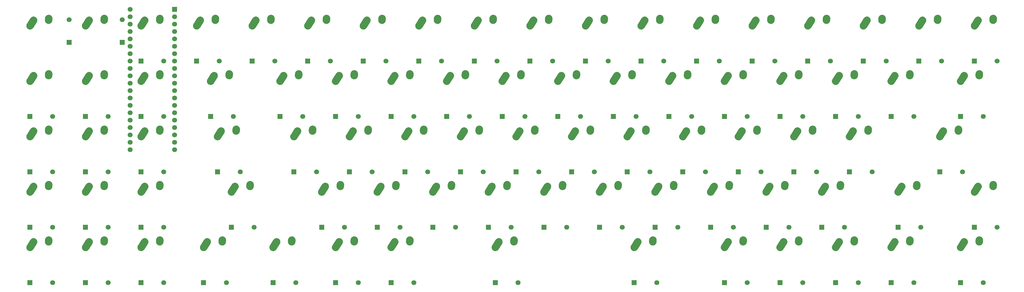
<source format=gbr>
%TF.GenerationSoftware,KiCad,Pcbnew,(5.1.6)-1*%
%TF.CreationDate,2020-06-24T11:27:28-04:00*%
%TF.ProjectId,southpaw6.35,736f7574-6870-4617-9736-2e33352e6b69,rev?*%
%TF.SameCoordinates,Original*%
%TF.FileFunction,Soldermask,Bot*%
%TF.FilePolarity,Negative*%
%FSLAX46Y46*%
G04 Gerber Fmt 4.6, Leading zero omitted, Abs format (unit mm)*
G04 Created by KiCad (PCBNEW (5.1.6)-1) date 2020-06-24 11:27:28*
%MOMM*%
%LPD*%
G01*
G04 APERTURE LIST*
%ADD10C,1.700000*%
%ADD11R,1.700000X1.700000*%
G04 APERTURE END LIST*
D10*
%TO.C,U1*%
X71755000Y-88582000D03*
X71755000Y-91122000D03*
X71755000Y-93662000D03*
X71755000Y-96202000D03*
X71755000Y-98742000D03*
X71755000Y-101282000D03*
X71755000Y-103822000D03*
X71755000Y-106362000D03*
X71755000Y-108902000D03*
X71755000Y-111442000D03*
X71755000Y-113982000D03*
X71755000Y-116522000D03*
X71755000Y-119062000D03*
X71755000Y-121602000D03*
X71755000Y-124142000D03*
X71755000Y-126682000D03*
X71755000Y-129222000D03*
X71755000Y-131762000D03*
X71755000Y-134302000D03*
X71755000Y-136842000D03*
X86995000Y-136842000D03*
X86995000Y-134302000D03*
X86995000Y-131762000D03*
X86995000Y-129222000D03*
X86995000Y-126682000D03*
X86995000Y-124142000D03*
X86995000Y-121602000D03*
X86995000Y-119062000D03*
X86995000Y-116522000D03*
D11*
X86995000Y-88582000D03*
D10*
X86995000Y-91122000D03*
X86995000Y-93662000D03*
X86995000Y-96202000D03*
X86995000Y-98742000D03*
X86995000Y-101282000D03*
X86995000Y-103822000D03*
X86995000Y-106362000D03*
X86995000Y-113982000D03*
X86995000Y-111442000D03*
X86995000Y-108902000D03*
%TD*%
%TO.C,KP1*%
G36*
G01*
X299653286Y-111298909D02*
X299692734Y-110720252D01*
G75*
G02*
X301078144Y-109511682I1296990J-88420D01*
G01*
X301078144Y-109511682D01*
G75*
G02*
X302286714Y-110897092I-88420J-1296990D01*
G01*
X302247266Y-111475748D01*
G75*
G02*
X300861856Y-112684318I-1296990J88420D01*
G01*
X300861856Y-112684318D01*
G75*
G02*
X299653286Y-111298908I88420J1296990D01*
G01*
G37*
G36*
G01*
X293494129Y-112618326D02*
X294703053Y-110720696D01*
G75*
G02*
X296497951Y-110322776I1096409J-698489D01*
G01*
X296497951Y-110322776D01*
G75*
G02*
X296895871Y-112117674I-698489J-1096409D01*
G01*
X295686947Y-114015304D01*
G75*
G02*
X293892049Y-114413224I-1096409J698489D01*
G01*
X293892049Y-114413224D01*
G75*
G02*
X293494129Y-112618326I698489J1096409D01*
G01*
G37*
%TD*%
%TO.C,KRFn1*%
G36*
G01*
X366328286Y-149398909D02*
X366367734Y-148820252D01*
G75*
G02*
X367753144Y-147611682I1296990J-88420D01*
G01*
X367753144Y-147611682D01*
G75*
G02*
X368961714Y-148997092I-88420J-1296990D01*
G01*
X368922266Y-149575748D01*
G75*
G02*
X367536856Y-150784318I-1296990J88420D01*
G01*
X367536856Y-150784318D01*
G75*
G02*
X366328286Y-149398908I88420J1296990D01*
G01*
G37*
G36*
G01*
X360169129Y-150718326D02*
X361378053Y-148820696D01*
G75*
G02*
X363172951Y-148422776I1096409J-698489D01*
G01*
X363172951Y-148422776D01*
G75*
G02*
X363570871Y-150217674I-698489J-1096409D01*
G01*
X362361947Y-152115304D01*
G75*
G02*
X360567049Y-152513224I-1096409J698489D01*
G01*
X360567049Y-152513224D01*
G75*
G02*
X360169129Y-150718326I698489J1096409D01*
G01*
G37*
%TD*%
%TO.C,KLFn1*%
G36*
G01*
X166303286Y-168448909D02*
X166342734Y-167870252D01*
G75*
G02*
X167728144Y-166661682I1296990J-88420D01*
G01*
X167728144Y-166661682D01*
G75*
G02*
X168936714Y-168047092I-88420J-1296990D01*
G01*
X168897266Y-168625748D01*
G75*
G02*
X167511856Y-169834318I-1296990J88420D01*
G01*
X167511856Y-169834318D01*
G75*
G02*
X166303286Y-168448908I88420J1296990D01*
G01*
G37*
G36*
G01*
X160144129Y-169768326D02*
X161353053Y-167870696D01*
G75*
G02*
X163147951Y-167472776I1096409J-698489D01*
G01*
X163147951Y-167472776D01*
G75*
G02*
X163545871Y-169267674I-698489J-1096409D01*
G01*
X162336947Y-171165304D01*
G75*
G02*
X160542049Y-171563224I-1096409J698489D01*
G01*
X160542049Y-171563224D01*
G75*
G02*
X160144129Y-169768326I698489J1096409D01*
G01*
G37*
%TD*%
%TO.C,DRFn1*%
X369025000Y-163512000D03*
D11*
X361225000Y-163512000D03*
%TD*%
D10*
%TO.C,DLFn1*%
X169000000Y-182562000D03*
D11*
X161200000Y-182562000D03*
%TD*%
%TO.C,KW1*%
G36*
G01*
X147253286Y-111298909D02*
X147292734Y-110720252D01*
G75*
G02*
X148678144Y-109511682I1296990J-88420D01*
G01*
X148678144Y-109511682D01*
G75*
G02*
X149886714Y-110897092I-88420J-1296990D01*
G01*
X149847266Y-111475748D01*
G75*
G02*
X148461856Y-112684318I-1296990J88420D01*
G01*
X148461856Y-112684318D01*
G75*
G02*
X147253286Y-111298908I88420J1296990D01*
G01*
G37*
G36*
G01*
X141094129Y-112618326D02*
X142303053Y-110720696D01*
G75*
G02*
X144097951Y-110322776I1096409J-698489D01*
G01*
X144097951Y-110322776D01*
G75*
G02*
X144495871Y-112117674I-698489J-1096409D01*
G01*
X143286947Y-114015304D01*
G75*
G02*
X141492049Y-114413224I-1096409J698489D01*
G01*
X141492049Y-114413224D01*
G75*
G02*
X141094129Y-112618326I698489J1096409D01*
G01*
G37*
%TD*%
%TO.C,KZ1*%
G36*
G01*
X142491286Y-149398909D02*
X142530734Y-148820252D01*
G75*
G02*
X143916144Y-147611682I1296990J-88420D01*
G01*
X143916144Y-147611682D01*
G75*
G02*
X145124714Y-148997092I-88420J-1296990D01*
G01*
X145085266Y-149575748D01*
G75*
G02*
X143699856Y-150784318I-1296990J88420D01*
G01*
X143699856Y-150784318D01*
G75*
G02*
X142491286Y-149398908I88420J1296990D01*
G01*
G37*
G36*
G01*
X136332129Y-150718326D02*
X137541053Y-148820696D01*
G75*
G02*
X139335951Y-148422776I1096409J-698489D01*
G01*
X139335951Y-148422776D01*
G75*
G02*
X139733871Y-150217674I-698489J-1096409D01*
G01*
X138524947Y-152115304D01*
G75*
G02*
X136730049Y-152513224I-1096409J698489D01*
G01*
X136730049Y-152513224D01*
G75*
G02*
X136332129Y-150718326I698489J1096409D01*
G01*
G37*
%TD*%
%TO.C,KY1*%
G36*
G01*
X223453286Y-111298909D02*
X223492734Y-110720252D01*
G75*
G02*
X224878144Y-109511682I1296990J-88420D01*
G01*
X224878144Y-109511682D01*
G75*
G02*
X226086714Y-110897092I-88420J-1296990D01*
G01*
X226047266Y-111475748D01*
G75*
G02*
X224661856Y-112684318I-1296990J88420D01*
G01*
X224661856Y-112684318D01*
G75*
G02*
X223453286Y-111298908I88420J1296990D01*
G01*
G37*
G36*
G01*
X217294129Y-112618326D02*
X218503053Y-110720696D01*
G75*
G02*
X220297951Y-110322776I1096409J-698489D01*
G01*
X220297951Y-110322776D01*
G75*
G02*
X220695871Y-112117674I-698489J-1096409D01*
G01*
X219486947Y-114015304D01*
G75*
G02*
X217692049Y-114413224I-1096409J698489D01*
G01*
X217692049Y-114413224D01*
G75*
G02*
X217294129Y-112618326I698489J1096409D01*
G01*
G37*
%TD*%
%TO.C,KX1*%
G36*
G01*
X161541286Y-149398909D02*
X161580734Y-148820252D01*
G75*
G02*
X162966144Y-147611682I1296990J-88420D01*
G01*
X162966144Y-147611682D01*
G75*
G02*
X164174714Y-148997092I-88420J-1296990D01*
G01*
X164135266Y-149575748D01*
G75*
G02*
X162749856Y-150784318I-1296990J88420D01*
G01*
X162749856Y-150784318D01*
G75*
G02*
X161541286Y-149398908I88420J1296990D01*
G01*
G37*
G36*
G01*
X155382129Y-150718326D02*
X156591053Y-148820696D01*
G75*
G02*
X158385951Y-148422776I1096409J-698489D01*
G01*
X158385951Y-148422776D01*
G75*
G02*
X158783871Y-150217674I-698489J-1096409D01*
G01*
X157574947Y-152115304D01*
G75*
G02*
X155780049Y-152513224I-1096409J698489D01*
G01*
X155780049Y-152513224D01*
G75*
G02*
X155382129Y-150718326I698489J1096409D01*
G01*
G37*
%TD*%
%TO.C,KV1*%
G36*
G01*
X199641286Y-149398909D02*
X199680734Y-148820252D01*
G75*
G02*
X201066144Y-147611682I1296990J-88420D01*
G01*
X201066144Y-147611682D01*
G75*
G02*
X202274714Y-148997092I-88420J-1296990D01*
G01*
X202235266Y-149575748D01*
G75*
G02*
X200849856Y-150784318I-1296990J88420D01*
G01*
X200849856Y-150784318D01*
G75*
G02*
X199641286Y-149398908I88420J1296990D01*
G01*
G37*
G36*
G01*
X193482129Y-150718326D02*
X194691053Y-148820696D01*
G75*
G02*
X196485951Y-148422776I1096409J-698489D01*
G01*
X196485951Y-148422776D01*
G75*
G02*
X196883871Y-150217674I-698489J-1096409D01*
G01*
X195674947Y-152115304D01*
G75*
G02*
X193880049Y-152513224I-1096409J698489D01*
G01*
X193880049Y-152513224D01*
G75*
G02*
X193482129Y-150718326I698489J1096409D01*
G01*
G37*
%TD*%
%TO.C,KUp1*%
G36*
G01*
X318703286Y-168448909D02*
X318742734Y-167870252D01*
G75*
G02*
X320128144Y-166661682I1296990J-88420D01*
G01*
X320128144Y-166661682D01*
G75*
G02*
X321336714Y-168047092I-88420J-1296990D01*
G01*
X321297266Y-168625748D01*
G75*
G02*
X319911856Y-169834318I-1296990J88420D01*
G01*
X319911856Y-169834318D01*
G75*
G02*
X318703286Y-168448908I88420J1296990D01*
G01*
G37*
G36*
G01*
X312544129Y-169768326D02*
X313753053Y-167870696D01*
G75*
G02*
X315547951Y-167472776I1096409J-698489D01*
G01*
X315547951Y-167472776D01*
G75*
G02*
X315945871Y-169267674I-698489J-1096409D01*
G01*
X314736947Y-171165304D01*
G75*
G02*
X312942049Y-171563224I-1096409J698489D01*
G01*
X312942049Y-171563224D01*
G75*
G02*
X312544129Y-169768326I698489J1096409D01*
G01*
G37*
%TD*%
%TO.C,KU1*%
G36*
G01*
X242503286Y-111298909D02*
X242542734Y-110720252D01*
G75*
G02*
X243928144Y-109511682I1296990J-88420D01*
G01*
X243928144Y-109511682D01*
G75*
G02*
X245136714Y-110897092I-88420J-1296990D01*
G01*
X245097266Y-111475748D01*
G75*
G02*
X243711856Y-112684318I-1296990J88420D01*
G01*
X243711856Y-112684318D01*
G75*
G02*
X242503286Y-111298908I88420J1296990D01*
G01*
G37*
G36*
G01*
X236344129Y-112618326D02*
X237553053Y-110720696D01*
G75*
G02*
X239347951Y-110322776I1096409J-698489D01*
G01*
X239347951Y-110322776D01*
G75*
G02*
X239745871Y-112117674I-698489J-1096409D01*
G01*
X238536947Y-114015304D01*
G75*
G02*
X236742049Y-114413224I-1096409J698489D01*
G01*
X236742049Y-114413224D01*
G75*
G02*
X236344129Y-112618326I698489J1096409D01*
G01*
G37*
%TD*%
%TO.C,Ktil1*%
G36*
G01*
X366328286Y-92248409D02*
X366367734Y-91669752D01*
G75*
G02*
X367753144Y-90461182I1296990J-88420D01*
G01*
X367753144Y-90461182D01*
G75*
G02*
X368961714Y-91846592I-88420J-1296990D01*
G01*
X368922266Y-92425248D01*
G75*
G02*
X367536856Y-93633818I-1296990J88420D01*
G01*
X367536856Y-93633818D01*
G75*
G02*
X366328286Y-92248408I88420J1296990D01*
G01*
G37*
G36*
G01*
X360169129Y-93567826D02*
X361378053Y-91670196D01*
G75*
G02*
X363172951Y-91272276I1096409J-698489D01*
G01*
X363172951Y-91272276D01*
G75*
G02*
X363570871Y-93067174I-698489J-1096409D01*
G01*
X362361947Y-94964804D01*
G75*
G02*
X360567049Y-95362724I-1096409J698489D01*
G01*
X360567049Y-95362724D01*
G75*
G02*
X360169129Y-93567826I698489J1096409D01*
G01*
G37*
%TD*%
%TO.C,KTab1*%
G36*
G01*
X104391286Y-111298909D02*
X104430734Y-110720252D01*
G75*
G02*
X105816144Y-109511682I1296990J-88420D01*
G01*
X105816144Y-109511682D01*
G75*
G02*
X107024714Y-110897092I-88420J-1296990D01*
G01*
X106985266Y-111475748D01*
G75*
G02*
X105599856Y-112684318I-1296990J88420D01*
G01*
X105599856Y-112684318D01*
G75*
G02*
X104391286Y-111298908I88420J1296990D01*
G01*
G37*
G36*
G01*
X98232129Y-112618326D02*
X99441053Y-110720696D01*
G75*
G02*
X101235951Y-110322776I1096409J-698489D01*
G01*
X101235951Y-110322776D01*
G75*
G02*
X101633871Y-112117674I-698489J-1096409D01*
G01*
X100424947Y-114015304D01*
G75*
G02*
X98630049Y-114413224I-1096409J698489D01*
G01*
X98630049Y-114413224D01*
G75*
G02*
X98232129Y-112618326I698489J1096409D01*
G01*
G37*
%TD*%
%TO.C,KT1*%
G36*
G01*
X204403286Y-111298909D02*
X204442734Y-110720252D01*
G75*
G02*
X205828144Y-109511682I1296990J-88420D01*
G01*
X205828144Y-109511682D01*
G75*
G02*
X207036714Y-110897092I-88420J-1296990D01*
G01*
X206997266Y-111475748D01*
G75*
G02*
X205611856Y-112684318I-1296990J88420D01*
G01*
X205611856Y-112684318D01*
G75*
G02*
X204403286Y-111298908I88420J1296990D01*
G01*
G37*
G36*
G01*
X198244129Y-112618326D02*
X199453053Y-110720696D01*
G75*
G02*
X201247951Y-110322776I1096409J-698489D01*
G01*
X201247951Y-110322776D01*
G75*
G02*
X201645871Y-112117674I-698489J-1096409D01*
G01*
X200436947Y-114015304D01*
G75*
G02*
X198642049Y-114413224I-1096409J698489D01*
G01*
X198642049Y-114413224D01*
G75*
G02*
X198244129Y-112618326I698489J1096409D01*
G01*
G37*
%TD*%
%TO.C,KSu1*%
G36*
G01*
X147253286Y-168448909D02*
X147292734Y-167870252D01*
G75*
G02*
X148678144Y-166661682I1296990J-88420D01*
G01*
X148678144Y-166661682D01*
G75*
G02*
X149886714Y-168047092I-88420J-1296990D01*
G01*
X149847266Y-168625748D01*
G75*
G02*
X148461856Y-169834318I-1296990J88420D01*
G01*
X148461856Y-169834318D01*
G75*
G02*
X147253286Y-168448908I88420J1296990D01*
G01*
G37*
G36*
G01*
X141094129Y-169768326D02*
X142303053Y-167870696D01*
G75*
G02*
X144097951Y-167472776I1096409J-698489D01*
G01*
X144097951Y-167472776D01*
G75*
G02*
X144495871Y-169267674I-698489J-1096409D01*
G01*
X143286947Y-171165304D01*
G75*
G02*
X141492049Y-171563224I-1096409J698489D01*
G01*
X141492049Y-171563224D01*
G75*
G02*
X141094129Y-169768326I698489J1096409D01*
G01*
G37*
%TD*%
%TO.C,KS1*%
G36*
G01*
X152015286Y-130348909D02*
X152054734Y-129770252D01*
G75*
G02*
X153440144Y-128561682I1296990J-88420D01*
G01*
X153440144Y-128561682D01*
G75*
G02*
X154648714Y-129947092I-88420J-1296990D01*
G01*
X154609266Y-130525748D01*
G75*
G02*
X153223856Y-131734318I-1296990J88420D01*
G01*
X153223856Y-131734318D01*
G75*
G02*
X152015286Y-130348908I88420J1296990D01*
G01*
G37*
G36*
G01*
X145856129Y-131668326D02*
X147065053Y-129770696D01*
G75*
G02*
X148859951Y-129372776I1096409J-698489D01*
G01*
X148859951Y-129372776D01*
G75*
G02*
X149257871Y-131167674I-698489J-1096409D01*
G01*
X148048947Y-133065304D01*
G75*
G02*
X146254049Y-133463224I-1096409J698489D01*
G01*
X146254049Y-133463224D01*
G75*
G02*
X145856129Y-131668326I698489J1096409D01*
G01*
G37*
%TD*%
%TO.C,KRSu1*%
G36*
G01*
X361565286Y-168448909D02*
X361604734Y-167870252D01*
G75*
G02*
X362990144Y-166661682I1296990J-88420D01*
G01*
X362990144Y-166661682D01*
G75*
G02*
X364198714Y-168047092I-88420J-1296990D01*
G01*
X364159266Y-168625748D01*
G75*
G02*
X362773856Y-169834318I-1296990J88420D01*
G01*
X362773856Y-169834318D01*
G75*
G02*
X361565286Y-168448908I88420J1296990D01*
G01*
G37*
G36*
G01*
X355406129Y-169768326D02*
X356615053Y-167870696D01*
G75*
G02*
X358409951Y-167472776I1096409J-698489D01*
G01*
X358409951Y-167472776D01*
G75*
G02*
X358807871Y-169267674I-698489J-1096409D01*
G01*
X357598947Y-171165304D01*
G75*
G02*
X355804049Y-171563224I-1096409J698489D01*
G01*
X355804049Y-171563224D01*
G75*
G02*
X355406129Y-169768326I698489J1096409D01*
G01*
G37*
%TD*%
%TO.C,KRSpace1*%
G36*
G01*
X249647286Y-168448909D02*
X249686734Y-167870252D01*
G75*
G02*
X251072144Y-166661682I1296990J-88420D01*
G01*
X251072144Y-166661682D01*
G75*
G02*
X252280714Y-168047092I-88420J-1296990D01*
G01*
X252241266Y-168625748D01*
G75*
G02*
X250855856Y-169834318I-1296990J88420D01*
G01*
X250855856Y-169834318D01*
G75*
G02*
X249647286Y-168448908I88420J1296990D01*
G01*
G37*
G36*
G01*
X243488129Y-169768326D02*
X244697053Y-167870696D01*
G75*
G02*
X246491951Y-167472776I1096409J-698489D01*
G01*
X246491951Y-167472776D01*
G75*
G02*
X246889871Y-169267674I-698489J-1096409D01*
G01*
X245680947Y-171165304D01*
G75*
G02*
X243886049Y-171563224I-1096409J698489D01*
G01*
X243886049Y-171563224D01*
G75*
G02*
X243488129Y-169768326I698489J1096409D01*
G01*
G37*
%TD*%
%TO.C,KRShift1*%
G36*
G01*
X340134286Y-149398909D02*
X340173734Y-148820252D01*
G75*
G02*
X341559144Y-147611682I1296990J-88420D01*
G01*
X341559144Y-147611682D01*
G75*
G02*
X342767714Y-148997092I-88420J-1296990D01*
G01*
X342728266Y-149575748D01*
G75*
G02*
X341342856Y-150784318I-1296990J88420D01*
G01*
X341342856Y-150784318D01*
G75*
G02*
X340134286Y-149398908I88420J1296990D01*
G01*
G37*
G36*
G01*
X333975129Y-150718326D02*
X335184053Y-148820696D01*
G75*
G02*
X336978951Y-148422776I1096409J-698489D01*
G01*
X336978951Y-148422776D01*
G75*
G02*
X337376871Y-150217674I-698489J-1096409D01*
G01*
X336167947Y-152115304D01*
G75*
G02*
X334373049Y-152513224I-1096409J698489D01*
G01*
X334373049Y-152513224D01*
G75*
G02*
X333975129Y-150718326I698489J1096409D01*
G01*
G37*
%TD*%
%TO.C,KRight1*%
G36*
G01*
X337753286Y-168448909D02*
X337792734Y-167870252D01*
G75*
G02*
X339178144Y-166661682I1296990J-88420D01*
G01*
X339178144Y-166661682D01*
G75*
G02*
X340386714Y-168047092I-88420J-1296990D01*
G01*
X340347266Y-168625748D01*
G75*
G02*
X338961856Y-169834318I-1296990J88420D01*
G01*
X338961856Y-169834318D01*
G75*
G02*
X337753286Y-168448908I88420J1296990D01*
G01*
G37*
G36*
G01*
X331594129Y-169768326D02*
X332803053Y-167870696D01*
G75*
G02*
X334597951Y-167472776I1096409J-698489D01*
G01*
X334597951Y-167472776D01*
G75*
G02*
X334995871Y-169267674I-698489J-1096409D01*
G01*
X333786947Y-171165304D01*
G75*
G02*
X331992049Y-171563224I-1096409J698489D01*
G01*
X331992049Y-171563224D01*
G75*
G02*
X331594129Y-169768326I698489J1096409D01*
G01*
G37*
%TD*%
%TO.C,KREnter1*%
G36*
G01*
X354422286Y-130348909D02*
X354461734Y-129770252D01*
G75*
G02*
X355847144Y-128561682I1296990J-88420D01*
G01*
X355847144Y-128561682D01*
G75*
G02*
X357055714Y-129947092I-88420J-1296990D01*
G01*
X357016266Y-130525748D01*
G75*
G02*
X355630856Y-131734318I-1296990J88420D01*
G01*
X355630856Y-131734318D01*
G75*
G02*
X354422286Y-130348908I88420J1296990D01*
G01*
G37*
G36*
G01*
X348263129Y-131668326D02*
X349472053Y-129770696D01*
G75*
G02*
X351266951Y-129372776I1096409J-698489D01*
G01*
X351266951Y-129372776D01*
G75*
G02*
X351664871Y-131167674I-698489J-1096409D01*
G01*
X350455947Y-133065304D01*
G75*
G02*
X348661049Y-133463224I-1096409J698489D01*
G01*
X348661049Y-133463224D01*
G75*
G02*
X348263129Y-131668326I698489J1096409D01*
G01*
G37*
%TD*%
%TO.C,KR1*%
G36*
G01*
X185353286Y-111298909D02*
X185392734Y-110720252D01*
G75*
G02*
X186778144Y-109511682I1296990J-88420D01*
G01*
X186778144Y-109511682D01*
G75*
G02*
X187986714Y-110897092I-88420J-1296990D01*
G01*
X187947266Y-111475748D01*
G75*
G02*
X186561856Y-112684318I-1296990J88420D01*
G01*
X186561856Y-112684318D01*
G75*
G02*
X185353286Y-111298908I88420J1296990D01*
G01*
G37*
G36*
G01*
X179194129Y-112618326D02*
X180403053Y-110720696D01*
G75*
G02*
X182197951Y-110322776I1096409J-698489D01*
G01*
X182197951Y-110322776D01*
G75*
G02*
X182595871Y-112117674I-698489J-1096409D01*
G01*
X181386947Y-114015304D01*
G75*
G02*
X179592049Y-114413224I-1096409J698489D01*
G01*
X179592049Y-114413224D01*
G75*
G02*
X179194129Y-112618326I698489J1096409D01*
G01*
G37*
%TD*%
%TO.C,KQ1*%
G36*
G01*
X128203286Y-111298909D02*
X128242734Y-110720252D01*
G75*
G02*
X129628144Y-109511682I1296990J-88420D01*
G01*
X129628144Y-109511682D01*
G75*
G02*
X130836714Y-110897092I-88420J-1296990D01*
G01*
X130797266Y-111475748D01*
G75*
G02*
X129411856Y-112684318I-1296990J88420D01*
G01*
X129411856Y-112684318D01*
G75*
G02*
X128203286Y-111298908I88420J1296990D01*
G01*
G37*
G36*
G01*
X122044129Y-112618326D02*
X123253053Y-110720696D01*
G75*
G02*
X125047951Y-110322776I1096409J-698489D01*
G01*
X125047951Y-110322776D01*
G75*
G02*
X125445871Y-112117674I-698489J-1096409D01*
G01*
X124236947Y-114015304D01*
G75*
G02*
X122442049Y-114413224I-1096409J698489D01*
G01*
X122442049Y-114413224D01*
G75*
G02*
X122044129Y-112618326I698489J1096409D01*
G01*
G37*
%TD*%
%TO.C,KO1*%
G36*
G01*
X280603286Y-111298909D02*
X280642734Y-110720252D01*
G75*
G02*
X282028144Y-109511682I1296990J-88420D01*
G01*
X282028144Y-109511682D01*
G75*
G02*
X283236714Y-110897092I-88420J-1296990D01*
G01*
X283197266Y-111475748D01*
G75*
G02*
X281811856Y-112684318I-1296990J88420D01*
G01*
X281811856Y-112684318D01*
G75*
G02*
X280603286Y-111298908I88420J1296990D01*
G01*
G37*
G36*
G01*
X274444129Y-112618326D02*
X275653053Y-110720696D01*
G75*
G02*
X277447951Y-110322776I1096409J-698489D01*
G01*
X277447951Y-110322776D01*
G75*
G02*
X277845871Y-112117674I-698489J-1096409D01*
G01*
X276636947Y-114015304D01*
G75*
G02*
X274842049Y-114413224I-1096409J698489D01*
G01*
X274842049Y-114413224D01*
G75*
G02*
X274444129Y-112618326I698489J1096409D01*
G01*
G37*
%TD*%
%TO.C,KNumEnter1*%
G36*
G01*
X80578286Y-168448909D02*
X80617734Y-167870252D01*
G75*
G02*
X82003144Y-166661682I1296990J-88420D01*
G01*
X82003144Y-166661682D01*
G75*
G02*
X83211714Y-168047092I-88420J-1296990D01*
G01*
X83172266Y-168625748D01*
G75*
G02*
X81786856Y-169834318I-1296990J88420D01*
G01*
X81786856Y-169834318D01*
G75*
G02*
X80578286Y-168448908I88420J1296990D01*
G01*
G37*
G36*
G01*
X74419129Y-169768326D02*
X75628053Y-167870696D01*
G75*
G02*
X77422951Y-167472776I1096409J-698489D01*
G01*
X77422951Y-167472776D01*
G75*
G02*
X77820871Y-169267674I-698489J-1096409D01*
G01*
X76611947Y-171165304D01*
G75*
G02*
X74817049Y-171563224I-1096409J698489D01*
G01*
X74817049Y-171563224D01*
G75*
G02*
X74419129Y-169768326I698489J1096409D01*
G01*
G37*
%TD*%
%TO.C,KNum/1*%
G36*
G01*
X42478286Y-92248409D02*
X42517734Y-91669752D01*
G75*
G02*
X43903144Y-90461182I1296990J-88420D01*
G01*
X43903144Y-90461182D01*
G75*
G02*
X45111714Y-91846592I-88420J-1296990D01*
G01*
X45072266Y-92425248D01*
G75*
G02*
X43686856Y-93633818I-1296990J88420D01*
G01*
X43686856Y-93633818D01*
G75*
G02*
X42478286Y-92248408I88420J1296990D01*
G01*
G37*
G36*
G01*
X36319129Y-93567826D02*
X37528053Y-91670196D01*
G75*
G02*
X39322951Y-91272276I1096409J-698489D01*
G01*
X39322951Y-91272276D01*
G75*
G02*
X39720871Y-93067174I-698489J-1096409D01*
G01*
X38511947Y-94964804D01*
G75*
G02*
X36717049Y-95362724I-1096409J698489D01*
G01*
X36717049Y-95362724D01*
G75*
G02*
X36319129Y-93567826I698489J1096409D01*
G01*
G37*
%TD*%
%TO.C,KNum-1*%
G36*
G01*
X80578286Y-92248409D02*
X80617734Y-91669752D01*
G75*
G02*
X82003144Y-90461182I1296990J-88420D01*
G01*
X82003144Y-90461182D01*
G75*
G02*
X83211714Y-91846592I-88420J-1296990D01*
G01*
X83172266Y-92425248D01*
G75*
G02*
X81786856Y-93633818I-1296990J88420D01*
G01*
X81786856Y-93633818D01*
G75*
G02*
X80578286Y-92248408I88420J1296990D01*
G01*
G37*
G36*
G01*
X74419129Y-93567826D02*
X75628053Y-91670196D01*
G75*
G02*
X77422951Y-91272276I1096409J-698489D01*
G01*
X77422951Y-91272276D01*
G75*
G02*
X77820871Y-93067174I-698489J-1096409D01*
G01*
X76611947Y-94964804D01*
G75*
G02*
X74817049Y-95362724I-1096409J698489D01*
G01*
X74817049Y-95362724D01*
G75*
G02*
X74419129Y-93567826I698489J1096409D01*
G01*
G37*
%TD*%
%TO.C,KNum\u002A1*%
G36*
G01*
X61528286Y-92248409D02*
X61567734Y-91669752D01*
G75*
G02*
X62953144Y-90461182I1296990J-88420D01*
G01*
X62953144Y-90461182D01*
G75*
G02*
X64161714Y-91846592I-88420J-1296990D01*
G01*
X64122266Y-92425248D01*
G75*
G02*
X62736856Y-93633818I-1296990J88420D01*
G01*
X62736856Y-93633818D01*
G75*
G02*
X61528286Y-92248408I88420J1296990D01*
G01*
G37*
G36*
G01*
X55369129Y-93567826D02*
X56578053Y-91670196D01*
G75*
G02*
X58372951Y-91272276I1096409J-698489D01*
G01*
X58372951Y-91272276D01*
G75*
G02*
X58770871Y-93067174I-698489J-1096409D01*
G01*
X57561947Y-94964804D01*
G75*
G02*
X55767049Y-95362724I-1096409J698489D01*
G01*
X55767049Y-95362724D01*
G75*
G02*
X55369129Y-93567826I698489J1096409D01*
G01*
G37*
%TD*%
%TO.C,KNum9*%
G36*
G01*
X80578286Y-111298909D02*
X80617734Y-110720252D01*
G75*
G02*
X82003144Y-109511682I1296990J-88420D01*
G01*
X82003144Y-109511682D01*
G75*
G02*
X83211714Y-110897092I-88420J-1296990D01*
G01*
X83172266Y-111475748D01*
G75*
G02*
X81786856Y-112684318I-1296990J88420D01*
G01*
X81786856Y-112684318D01*
G75*
G02*
X80578286Y-111298908I88420J1296990D01*
G01*
G37*
G36*
G01*
X74419129Y-112618326D02*
X75628053Y-110720696D01*
G75*
G02*
X77422951Y-110322776I1096409J-698489D01*
G01*
X77422951Y-110322776D01*
G75*
G02*
X77820871Y-112117674I-698489J-1096409D01*
G01*
X76611947Y-114015304D01*
G75*
G02*
X74817049Y-114413224I-1096409J698489D01*
G01*
X74817049Y-114413224D01*
G75*
G02*
X74419129Y-112618326I698489J1096409D01*
G01*
G37*
%TD*%
%TO.C,KNum8*%
G36*
G01*
X61528286Y-111298909D02*
X61567734Y-110720252D01*
G75*
G02*
X62953144Y-109511682I1296990J-88420D01*
G01*
X62953144Y-109511682D01*
G75*
G02*
X64161714Y-110897092I-88420J-1296990D01*
G01*
X64122266Y-111475748D01*
G75*
G02*
X62736856Y-112684318I-1296990J88420D01*
G01*
X62736856Y-112684318D01*
G75*
G02*
X61528286Y-111298908I88420J1296990D01*
G01*
G37*
G36*
G01*
X55369129Y-112618326D02*
X56578053Y-110720696D01*
G75*
G02*
X58372951Y-110322776I1096409J-698489D01*
G01*
X58372951Y-110322776D01*
G75*
G02*
X58770871Y-112117674I-698489J-1096409D01*
G01*
X57561947Y-114015304D01*
G75*
G02*
X55767049Y-114413224I-1096409J698489D01*
G01*
X55767049Y-114413224D01*
G75*
G02*
X55369129Y-112618326I698489J1096409D01*
G01*
G37*
%TD*%
%TO.C,KNum7*%
G36*
G01*
X42478286Y-111298909D02*
X42517734Y-110720252D01*
G75*
G02*
X43903144Y-109511682I1296990J-88420D01*
G01*
X43903144Y-109511682D01*
G75*
G02*
X45111714Y-110897092I-88420J-1296990D01*
G01*
X45072266Y-111475748D01*
G75*
G02*
X43686856Y-112684318I-1296990J88420D01*
G01*
X43686856Y-112684318D01*
G75*
G02*
X42478286Y-111298908I88420J1296990D01*
G01*
G37*
G36*
G01*
X36319129Y-112618326D02*
X37528053Y-110720696D01*
G75*
G02*
X39322951Y-110322776I1096409J-698489D01*
G01*
X39322951Y-110322776D01*
G75*
G02*
X39720871Y-112117674I-698489J-1096409D01*
G01*
X38511947Y-114015304D01*
G75*
G02*
X36717049Y-114413224I-1096409J698489D01*
G01*
X36717049Y-114413224D01*
G75*
G02*
X36319129Y-112618326I698489J1096409D01*
G01*
G37*
%TD*%
%TO.C,KNum6*%
G36*
G01*
X80578286Y-130348909D02*
X80617734Y-129770252D01*
G75*
G02*
X82003144Y-128561682I1296990J-88420D01*
G01*
X82003144Y-128561682D01*
G75*
G02*
X83211714Y-129947092I-88420J-1296990D01*
G01*
X83172266Y-130525748D01*
G75*
G02*
X81786856Y-131734318I-1296990J88420D01*
G01*
X81786856Y-131734318D01*
G75*
G02*
X80578286Y-130348908I88420J1296990D01*
G01*
G37*
G36*
G01*
X74419129Y-131668326D02*
X75628053Y-129770696D01*
G75*
G02*
X77422951Y-129372776I1096409J-698489D01*
G01*
X77422951Y-129372776D01*
G75*
G02*
X77820871Y-131167674I-698489J-1096409D01*
G01*
X76611947Y-133065304D01*
G75*
G02*
X74817049Y-133463224I-1096409J698489D01*
G01*
X74817049Y-133463224D01*
G75*
G02*
X74419129Y-131668326I698489J1096409D01*
G01*
G37*
%TD*%
%TO.C,KNum5*%
G36*
G01*
X61528286Y-130348909D02*
X61567734Y-129770252D01*
G75*
G02*
X62953144Y-128561682I1296990J-88420D01*
G01*
X62953144Y-128561682D01*
G75*
G02*
X64161714Y-129947092I-88420J-1296990D01*
G01*
X64122266Y-130525748D01*
G75*
G02*
X62736856Y-131734318I-1296990J88420D01*
G01*
X62736856Y-131734318D01*
G75*
G02*
X61528286Y-130348908I88420J1296990D01*
G01*
G37*
G36*
G01*
X55369129Y-131668326D02*
X56578053Y-129770696D01*
G75*
G02*
X58372951Y-129372776I1096409J-698489D01*
G01*
X58372951Y-129372776D01*
G75*
G02*
X58770871Y-131167674I-698489J-1096409D01*
G01*
X57561947Y-133065304D01*
G75*
G02*
X55767049Y-133463224I-1096409J698489D01*
G01*
X55767049Y-133463224D01*
G75*
G02*
X55369129Y-131668326I698489J1096409D01*
G01*
G37*
%TD*%
%TO.C,KNum4*%
G36*
G01*
X42478286Y-130348909D02*
X42517734Y-129770252D01*
G75*
G02*
X43903144Y-128561682I1296990J-88420D01*
G01*
X43903144Y-128561682D01*
G75*
G02*
X45111714Y-129947092I-88420J-1296990D01*
G01*
X45072266Y-130525748D01*
G75*
G02*
X43686856Y-131734318I-1296990J88420D01*
G01*
X43686856Y-131734318D01*
G75*
G02*
X42478286Y-130348908I88420J1296990D01*
G01*
G37*
G36*
G01*
X36319129Y-131668326D02*
X37528053Y-129770696D01*
G75*
G02*
X39322951Y-129372776I1096409J-698489D01*
G01*
X39322951Y-129372776D01*
G75*
G02*
X39720871Y-131167674I-698489J-1096409D01*
G01*
X38511947Y-133065304D01*
G75*
G02*
X36717049Y-133463224I-1096409J698489D01*
G01*
X36717049Y-133463224D01*
G75*
G02*
X36319129Y-131668326I698489J1096409D01*
G01*
G37*
%TD*%
%TO.C,KNum3*%
G36*
G01*
X80578286Y-149398909D02*
X80617734Y-148820252D01*
G75*
G02*
X82003144Y-147611682I1296990J-88420D01*
G01*
X82003144Y-147611682D01*
G75*
G02*
X83211714Y-148997092I-88420J-1296990D01*
G01*
X83172266Y-149575748D01*
G75*
G02*
X81786856Y-150784318I-1296990J88420D01*
G01*
X81786856Y-150784318D01*
G75*
G02*
X80578286Y-149398908I88420J1296990D01*
G01*
G37*
G36*
G01*
X74419129Y-150718326D02*
X75628053Y-148820696D01*
G75*
G02*
X77422951Y-148422776I1096409J-698489D01*
G01*
X77422951Y-148422776D01*
G75*
G02*
X77820871Y-150217674I-698489J-1096409D01*
G01*
X76611947Y-152115304D01*
G75*
G02*
X74817049Y-152513224I-1096409J698489D01*
G01*
X74817049Y-152513224D01*
G75*
G02*
X74419129Y-150718326I698489J1096409D01*
G01*
G37*
%TD*%
%TO.C,KNum2*%
G36*
G01*
X61528286Y-149398909D02*
X61567734Y-148820252D01*
G75*
G02*
X62953144Y-147611682I1296990J-88420D01*
G01*
X62953144Y-147611682D01*
G75*
G02*
X64161714Y-148997092I-88420J-1296990D01*
G01*
X64122266Y-149575748D01*
G75*
G02*
X62736856Y-150784318I-1296990J88420D01*
G01*
X62736856Y-150784318D01*
G75*
G02*
X61528286Y-149398908I88420J1296990D01*
G01*
G37*
G36*
G01*
X55369129Y-150718326D02*
X56578053Y-148820696D01*
G75*
G02*
X58372951Y-148422776I1096409J-698489D01*
G01*
X58372951Y-148422776D01*
G75*
G02*
X58770871Y-150217674I-698489J-1096409D01*
G01*
X57561947Y-152115304D01*
G75*
G02*
X55767049Y-152513224I-1096409J698489D01*
G01*
X55767049Y-152513224D01*
G75*
G02*
X55369129Y-150718326I698489J1096409D01*
G01*
G37*
%TD*%
%TO.C,KNum1*%
G36*
G01*
X42478286Y-149398909D02*
X42517734Y-148820252D01*
G75*
G02*
X43903144Y-147611682I1296990J-88420D01*
G01*
X43903144Y-147611682D01*
G75*
G02*
X45111714Y-148997092I-88420J-1296990D01*
G01*
X45072266Y-149575748D01*
G75*
G02*
X43686856Y-150784318I-1296990J88420D01*
G01*
X43686856Y-150784318D01*
G75*
G02*
X42478286Y-149398908I88420J1296990D01*
G01*
G37*
G36*
G01*
X36319129Y-150718326D02*
X37528053Y-148820696D01*
G75*
G02*
X39322951Y-148422776I1096409J-698489D01*
G01*
X39322951Y-148422776D01*
G75*
G02*
X39720871Y-150217674I-698489J-1096409D01*
G01*
X38511947Y-152115304D01*
G75*
G02*
X36717049Y-152513224I-1096409J698489D01*
G01*
X36717049Y-152513224D01*
G75*
G02*
X36319129Y-150718326I698489J1096409D01*
G01*
G37*
%TD*%
%TO.C,KNum0*%
G36*
G01*
X42478286Y-168448909D02*
X42517734Y-167870252D01*
G75*
G02*
X43903144Y-166661682I1296990J-88420D01*
G01*
X43903144Y-166661682D01*
G75*
G02*
X45111714Y-168047092I-88420J-1296990D01*
G01*
X45072266Y-168625748D01*
G75*
G02*
X43686856Y-169834318I-1296990J88420D01*
G01*
X43686856Y-169834318D01*
G75*
G02*
X42478286Y-168448908I88420J1296990D01*
G01*
G37*
G36*
G01*
X36319129Y-169768326D02*
X37528053Y-167870696D01*
G75*
G02*
X39322951Y-167472776I1096409J-698489D01*
G01*
X39322951Y-167472776D01*
G75*
G02*
X39720871Y-169267674I-698489J-1096409D01*
G01*
X38511947Y-171165304D01*
G75*
G02*
X36717049Y-171563224I-1096409J698489D01*
G01*
X36717049Y-171563224D01*
G75*
G02*
X36319129Y-169768326I698489J1096409D01*
G01*
G37*
%TD*%
%TO.C,KNum.1*%
G36*
G01*
X61528286Y-168448909D02*
X61567734Y-167870252D01*
G75*
G02*
X62953144Y-166661682I1296990J-88420D01*
G01*
X62953144Y-166661682D01*
G75*
G02*
X64161714Y-168047092I-88420J-1296990D01*
G01*
X64122266Y-168625748D01*
G75*
G02*
X62736856Y-169834318I-1296990J88420D01*
G01*
X62736856Y-169834318D01*
G75*
G02*
X61528286Y-168448908I88420J1296990D01*
G01*
G37*
G36*
G01*
X55369129Y-169768326D02*
X56578053Y-167870696D01*
G75*
G02*
X58372951Y-167472776I1096409J-698489D01*
G01*
X58372951Y-167472776D01*
G75*
G02*
X58770871Y-169267674I-698489J-1096409D01*
G01*
X57561947Y-171165304D01*
G75*
G02*
X55767049Y-171563224I-1096409J698489D01*
G01*
X55767049Y-171563224D01*
G75*
G02*
X55369129Y-169768326I698489J1096409D01*
G01*
G37*
%TD*%
%TO.C,KN1*%
G36*
G01*
X237741286Y-149398909D02*
X237780734Y-148820252D01*
G75*
G02*
X239166144Y-147611682I1296990J-88420D01*
G01*
X239166144Y-147611682D01*
G75*
G02*
X240374714Y-148997092I-88420J-1296990D01*
G01*
X240335266Y-149575748D01*
G75*
G02*
X238949856Y-150784318I-1296990J88420D01*
G01*
X238949856Y-150784318D01*
G75*
G02*
X237741286Y-149398908I88420J1296990D01*
G01*
G37*
G36*
G01*
X231582129Y-150718326D02*
X232791053Y-148820696D01*
G75*
G02*
X234585951Y-148422776I1096409J-698489D01*
G01*
X234585951Y-148422776D01*
G75*
G02*
X234983871Y-150217674I-698489J-1096409D01*
G01*
X233774947Y-152115304D01*
G75*
G02*
X231980049Y-152513224I-1096409J698489D01*
G01*
X231980049Y-152513224D01*
G75*
G02*
X231582129Y-150718326I698489J1096409D01*
G01*
G37*
%TD*%
%TO.C,KM1*%
G36*
G01*
X256791286Y-149398909D02*
X256830734Y-148820252D01*
G75*
G02*
X258216144Y-147611682I1296990J-88420D01*
G01*
X258216144Y-147611682D01*
G75*
G02*
X259424714Y-148997092I-88420J-1296990D01*
G01*
X259385266Y-149575748D01*
G75*
G02*
X257999856Y-150784318I-1296990J88420D01*
G01*
X257999856Y-150784318D01*
G75*
G02*
X256791286Y-149398908I88420J1296990D01*
G01*
G37*
G36*
G01*
X250632129Y-150718326D02*
X251841053Y-148820696D01*
G75*
G02*
X253635951Y-148422776I1096409J-698489D01*
G01*
X253635951Y-148422776D01*
G75*
G02*
X254033871Y-150217674I-698489J-1096409D01*
G01*
X252824947Y-152115304D01*
G75*
G02*
X251030049Y-152513224I-1096409J698489D01*
G01*
X251030049Y-152513224D01*
G75*
G02*
X250632129Y-150718326I698489J1096409D01*
G01*
G37*
%TD*%
%TO.C,KLSpace1*%
G36*
G01*
X202022286Y-168448909D02*
X202061734Y-167870252D01*
G75*
G02*
X203447144Y-166661682I1296990J-88420D01*
G01*
X203447144Y-166661682D01*
G75*
G02*
X204655714Y-168047092I-88420J-1296990D01*
G01*
X204616266Y-168625748D01*
G75*
G02*
X203230856Y-169834318I-1296990J88420D01*
G01*
X203230856Y-169834318D01*
G75*
G02*
X202022286Y-168448908I88420J1296990D01*
G01*
G37*
G36*
G01*
X195863129Y-169768326D02*
X197072053Y-167870696D01*
G75*
G02*
X198866951Y-167472776I1096409J-698489D01*
G01*
X198866951Y-167472776D01*
G75*
G02*
X199264871Y-169267674I-698489J-1096409D01*
G01*
X198055947Y-171165304D01*
G75*
G02*
X196261049Y-171563224I-1096409J698489D01*
G01*
X196261049Y-171563224D01*
G75*
G02*
X195863129Y-169768326I698489J1096409D01*
G01*
G37*
%TD*%
%TO.C,KLShift1*%
G36*
G01*
X111534286Y-149398909D02*
X111573734Y-148820252D01*
G75*
G02*
X112959144Y-147611682I1296990J-88420D01*
G01*
X112959144Y-147611682D01*
G75*
G02*
X114167714Y-148997092I-88420J-1296990D01*
G01*
X114128266Y-149575748D01*
G75*
G02*
X112742856Y-150784318I-1296990J88420D01*
G01*
X112742856Y-150784318D01*
G75*
G02*
X111534286Y-149398908I88420J1296990D01*
G01*
G37*
G36*
G01*
X105375129Y-150718326D02*
X106584053Y-148820696D01*
G75*
G02*
X108378951Y-148422776I1096409J-698489D01*
G01*
X108378951Y-148422776D01*
G75*
G02*
X108776871Y-150217674I-698489J-1096409D01*
G01*
X107567947Y-152115304D01*
G75*
G02*
X105773049Y-152513224I-1096409J698489D01*
G01*
X105773049Y-152513224D01*
G75*
G02*
X105375129Y-150718326I698489J1096409D01*
G01*
G37*
%TD*%
%TO.C,KLOpt1*%
G36*
G01*
X102009286Y-168448909D02*
X102048734Y-167870252D01*
G75*
G02*
X103434144Y-166661682I1296990J-88420D01*
G01*
X103434144Y-166661682D01*
G75*
G02*
X104642714Y-168047092I-88420J-1296990D01*
G01*
X104603266Y-168625748D01*
G75*
G02*
X103217856Y-169834318I-1296990J88420D01*
G01*
X103217856Y-169834318D01*
G75*
G02*
X102009286Y-168448908I88420J1296990D01*
G01*
G37*
G36*
G01*
X95850129Y-169768326D02*
X97059053Y-167870696D01*
G75*
G02*
X98853951Y-167472776I1096409J-698489D01*
G01*
X98853951Y-167472776D01*
G75*
G02*
X99251871Y-169267674I-698489J-1096409D01*
G01*
X98042947Y-171165304D01*
G75*
G02*
X96248049Y-171563224I-1096409J698489D01*
G01*
X96248049Y-171563224D01*
G75*
G02*
X95850129Y-169768326I698489J1096409D01*
G01*
G37*
%TD*%
%TO.C,KLeft1*%
G36*
G01*
X280603286Y-168448909D02*
X280642734Y-167870252D01*
G75*
G02*
X282028144Y-166661682I1296990J-88420D01*
G01*
X282028144Y-166661682D01*
G75*
G02*
X283236714Y-168047092I-88420J-1296990D01*
G01*
X283197266Y-168625748D01*
G75*
G02*
X281811856Y-169834318I-1296990J88420D01*
G01*
X281811856Y-169834318D01*
G75*
G02*
X280603286Y-168448908I88420J1296990D01*
G01*
G37*
G36*
G01*
X274444129Y-169768326D02*
X275653053Y-167870696D01*
G75*
G02*
X277447951Y-167472776I1096409J-698489D01*
G01*
X277447951Y-167472776D01*
G75*
G02*
X277845871Y-169267674I-698489J-1096409D01*
G01*
X276636947Y-171165304D01*
G75*
G02*
X274842049Y-171563224I-1096409J698489D01*
G01*
X274842049Y-171563224D01*
G75*
G02*
X274444129Y-169768326I698489J1096409D01*
G01*
G37*
%TD*%
%TO.C,KLAlt1*%
G36*
G01*
X125822286Y-168448909D02*
X125861734Y-167870252D01*
G75*
G02*
X127247144Y-166661682I1296990J-88420D01*
G01*
X127247144Y-166661682D01*
G75*
G02*
X128455714Y-168047092I-88420J-1296990D01*
G01*
X128416266Y-168625748D01*
G75*
G02*
X127030856Y-169834318I-1296990J88420D01*
G01*
X127030856Y-169834318D01*
G75*
G02*
X125822286Y-168448908I88420J1296990D01*
G01*
G37*
G36*
G01*
X119663129Y-169768326D02*
X120872053Y-167870696D01*
G75*
G02*
X122666951Y-167472776I1096409J-698489D01*
G01*
X122666951Y-167472776D01*
G75*
G02*
X123064871Y-169267674I-698489J-1096409D01*
G01*
X121855947Y-171165304D01*
G75*
G02*
X120061049Y-171563224I-1096409J698489D01*
G01*
X120061049Y-171563224D01*
G75*
G02*
X119663129Y-169768326I698489J1096409D01*
G01*
G37*
%TD*%
%TO.C,KL1*%
G36*
G01*
X285365286Y-130348909D02*
X285404734Y-129770252D01*
G75*
G02*
X286790144Y-128561682I1296990J-88420D01*
G01*
X286790144Y-128561682D01*
G75*
G02*
X287998714Y-129947092I-88420J-1296990D01*
G01*
X287959266Y-130525748D01*
G75*
G02*
X286573856Y-131734318I-1296990J88420D01*
G01*
X286573856Y-131734318D01*
G75*
G02*
X285365286Y-130348908I88420J1296990D01*
G01*
G37*
G36*
G01*
X279206129Y-131668326D02*
X280415053Y-129770696D01*
G75*
G02*
X282209951Y-129372776I1096409J-698489D01*
G01*
X282209951Y-129372776D01*
G75*
G02*
X282607871Y-131167674I-698489J-1096409D01*
G01*
X281398947Y-133065304D01*
G75*
G02*
X279604049Y-133463224I-1096409J698489D01*
G01*
X279604049Y-133463224D01*
G75*
G02*
X279206129Y-131668326I698489J1096409D01*
G01*
G37*
%TD*%
%TO.C,KK1*%
G36*
G01*
X266315286Y-130348909D02*
X266354734Y-129770252D01*
G75*
G02*
X267740144Y-128561682I1296990J-88420D01*
G01*
X267740144Y-128561682D01*
G75*
G02*
X268948714Y-129947092I-88420J-1296990D01*
G01*
X268909266Y-130525748D01*
G75*
G02*
X267523856Y-131734318I-1296990J88420D01*
G01*
X267523856Y-131734318D01*
G75*
G02*
X266315286Y-130348908I88420J1296990D01*
G01*
G37*
G36*
G01*
X260156129Y-131668326D02*
X261365053Y-129770696D01*
G75*
G02*
X263159951Y-129372776I1096409J-698489D01*
G01*
X263159951Y-129372776D01*
G75*
G02*
X263557871Y-131167674I-698489J-1096409D01*
G01*
X262348947Y-133065304D01*
G75*
G02*
X260554049Y-133463224I-1096409J698489D01*
G01*
X260554049Y-133463224D01*
G75*
G02*
X260156129Y-131668326I698489J1096409D01*
G01*
G37*
%TD*%
%TO.C,KJ1*%
G36*
G01*
X247265286Y-130348909D02*
X247304734Y-129770252D01*
G75*
G02*
X248690144Y-128561682I1296990J-88420D01*
G01*
X248690144Y-128561682D01*
G75*
G02*
X249898714Y-129947092I-88420J-1296990D01*
G01*
X249859266Y-130525748D01*
G75*
G02*
X248473856Y-131734318I-1296990J88420D01*
G01*
X248473856Y-131734318D01*
G75*
G02*
X247265286Y-130348908I88420J1296990D01*
G01*
G37*
G36*
G01*
X241106129Y-131668326D02*
X242315053Y-129770696D01*
G75*
G02*
X244109951Y-129372776I1096409J-698489D01*
G01*
X244109951Y-129372776D01*
G75*
G02*
X244507871Y-131167674I-698489J-1096409D01*
G01*
X243298947Y-133065304D01*
G75*
G02*
X241504049Y-133463224I-1096409J698489D01*
G01*
X241504049Y-133463224D01*
G75*
G02*
X241106129Y-131668326I698489J1096409D01*
G01*
G37*
%TD*%
%TO.C,KI1*%
G36*
G01*
X261553286Y-111298909D02*
X261592734Y-110720252D01*
G75*
G02*
X262978144Y-109511682I1296990J-88420D01*
G01*
X262978144Y-109511682D01*
G75*
G02*
X264186714Y-110897092I-88420J-1296990D01*
G01*
X264147266Y-111475748D01*
G75*
G02*
X262761856Y-112684318I-1296990J88420D01*
G01*
X262761856Y-112684318D01*
G75*
G02*
X261553286Y-111298908I88420J1296990D01*
G01*
G37*
G36*
G01*
X255394129Y-112618326D02*
X256603053Y-110720696D01*
G75*
G02*
X258397951Y-110322776I1096409J-698489D01*
G01*
X258397951Y-110322776D01*
G75*
G02*
X258795871Y-112117674I-698489J-1096409D01*
G01*
X257586947Y-114015304D01*
G75*
G02*
X255792049Y-114413224I-1096409J698489D01*
G01*
X255792049Y-114413224D01*
G75*
G02*
X255394129Y-112618326I698489J1096409D01*
G01*
G37*
%TD*%
%TO.C,KH1*%
G36*
G01*
X228215286Y-130348909D02*
X228254734Y-129770252D01*
G75*
G02*
X229640144Y-128561682I1296990J-88420D01*
G01*
X229640144Y-128561682D01*
G75*
G02*
X230848714Y-129947092I-88420J-1296990D01*
G01*
X230809266Y-130525748D01*
G75*
G02*
X229423856Y-131734318I-1296990J88420D01*
G01*
X229423856Y-131734318D01*
G75*
G02*
X228215286Y-130348908I88420J1296990D01*
G01*
G37*
G36*
G01*
X222056129Y-131668326D02*
X223265053Y-129770696D01*
G75*
G02*
X225059951Y-129372776I1096409J-698489D01*
G01*
X225059951Y-129372776D01*
G75*
G02*
X225457871Y-131167674I-698489J-1096409D01*
G01*
X224248947Y-133065304D01*
G75*
G02*
X222454049Y-133463224I-1096409J698489D01*
G01*
X222454049Y-133463224D01*
G75*
G02*
X222056129Y-131668326I698489J1096409D01*
G01*
G37*
%TD*%
%TO.C,KG1*%
G36*
G01*
X209165286Y-130348909D02*
X209204734Y-129770252D01*
G75*
G02*
X210590144Y-128561682I1296990J-88420D01*
G01*
X210590144Y-128561682D01*
G75*
G02*
X211798714Y-129947092I-88420J-1296990D01*
G01*
X211759266Y-130525748D01*
G75*
G02*
X210373856Y-131734318I-1296990J88420D01*
G01*
X210373856Y-131734318D01*
G75*
G02*
X209165286Y-130348908I88420J1296990D01*
G01*
G37*
G36*
G01*
X203006129Y-131668326D02*
X204215053Y-129770696D01*
G75*
G02*
X206009951Y-129372776I1096409J-698489D01*
G01*
X206009951Y-129372776D01*
G75*
G02*
X206407871Y-131167674I-698489J-1096409D01*
G01*
X205198947Y-133065304D01*
G75*
G02*
X203404049Y-133463224I-1096409J698489D01*
G01*
X203404049Y-133463224D01*
G75*
G02*
X203006129Y-131668326I698489J1096409D01*
G01*
G37*
%TD*%
%TO.C,KF1*%
G36*
G01*
X190115286Y-130348909D02*
X190154734Y-129770252D01*
G75*
G02*
X191540144Y-128561682I1296990J-88420D01*
G01*
X191540144Y-128561682D01*
G75*
G02*
X192748714Y-129947092I-88420J-1296990D01*
G01*
X192709266Y-130525748D01*
G75*
G02*
X191323856Y-131734318I-1296990J88420D01*
G01*
X191323856Y-131734318D01*
G75*
G02*
X190115286Y-130348908I88420J1296990D01*
G01*
G37*
G36*
G01*
X183956129Y-131668326D02*
X185165053Y-129770696D01*
G75*
G02*
X186959951Y-129372776I1096409J-698489D01*
G01*
X186959951Y-129372776D01*
G75*
G02*
X187357871Y-131167674I-698489J-1096409D01*
G01*
X186148947Y-133065304D01*
G75*
G02*
X184354049Y-133463224I-1096409J698489D01*
G01*
X184354049Y-133463224D01*
G75*
G02*
X183956129Y-131668326I698489J1096409D01*
G01*
G37*
%TD*%
%TO.C,KEsc1*%
G36*
G01*
X99628286Y-92248409D02*
X99667734Y-91669752D01*
G75*
G02*
X101053144Y-90461182I1296990J-88420D01*
G01*
X101053144Y-90461182D01*
G75*
G02*
X102261714Y-91846592I-88420J-1296990D01*
G01*
X102222266Y-92425248D01*
G75*
G02*
X100836856Y-93633818I-1296990J88420D01*
G01*
X100836856Y-93633818D01*
G75*
G02*
X99628286Y-92248408I88420J1296990D01*
G01*
G37*
G36*
G01*
X93469129Y-93567826D02*
X94678053Y-91670196D01*
G75*
G02*
X96472951Y-91272276I1096409J-698489D01*
G01*
X96472951Y-91272276D01*
G75*
G02*
X96870871Y-93067174I-698489J-1096409D01*
G01*
X95661947Y-94964804D01*
G75*
G02*
X93867049Y-95362724I-1096409J698489D01*
G01*
X93867049Y-95362724D01*
G75*
G02*
X93469129Y-93567826I698489J1096409D01*
G01*
G37*
%TD*%
%TO.C,KE1*%
G36*
G01*
X166303286Y-111298909D02*
X166342734Y-110720252D01*
G75*
G02*
X167728144Y-109511682I1296990J-88420D01*
G01*
X167728144Y-109511682D01*
G75*
G02*
X168936714Y-110897092I-88420J-1296990D01*
G01*
X168897266Y-111475748D01*
G75*
G02*
X167511856Y-112684318I-1296990J88420D01*
G01*
X167511856Y-112684318D01*
G75*
G02*
X166303286Y-111298908I88420J1296990D01*
G01*
G37*
G36*
G01*
X160144129Y-112618326D02*
X161353053Y-110720696D01*
G75*
G02*
X163147951Y-110322776I1096409J-698489D01*
G01*
X163147951Y-110322776D01*
G75*
G02*
X163545871Y-112117674I-698489J-1096409D01*
G01*
X162336947Y-114015304D01*
G75*
G02*
X160542049Y-114413224I-1096409J698489D01*
G01*
X160542049Y-114413224D01*
G75*
G02*
X160144129Y-112618326I698489J1096409D01*
G01*
G37*
%TD*%
%TO.C,KDown1*%
G36*
G01*
X299653286Y-168448909D02*
X299692734Y-167870252D01*
G75*
G02*
X301078144Y-166661682I1296990J-88420D01*
G01*
X301078144Y-166661682D01*
G75*
G02*
X302286714Y-168047092I-88420J-1296990D01*
G01*
X302247266Y-168625748D01*
G75*
G02*
X300861856Y-169834318I-1296990J88420D01*
G01*
X300861856Y-169834318D01*
G75*
G02*
X299653286Y-168448908I88420J1296990D01*
G01*
G37*
G36*
G01*
X293494129Y-169768326D02*
X294703053Y-167870696D01*
G75*
G02*
X296497951Y-167472776I1096409J-698489D01*
G01*
X296497951Y-167472776D01*
G75*
G02*
X296895871Y-169267674I-698489J-1096409D01*
G01*
X295686947Y-171165304D01*
G75*
G02*
X293892049Y-171563224I-1096409J698489D01*
G01*
X293892049Y-171563224D01*
G75*
G02*
X293494129Y-169768326I698489J1096409D01*
G01*
G37*
%TD*%
%TO.C,KD1*%
G36*
G01*
X171065286Y-130348909D02*
X171104734Y-129770252D01*
G75*
G02*
X172490144Y-128561682I1296990J-88420D01*
G01*
X172490144Y-128561682D01*
G75*
G02*
X173698714Y-129947092I-88420J-1296990D01*
G01*
X173659266Y-130525748D01*
G75*
G02*
X172273856Y-131734318I-1296990J88420D01*
G01*
X172273856Y-131734318D01*
G75*
G02*
X171065286Y-130348908I88420J1296990D01*
G01*
G37*
G36*
G01*
X164906129Y-131668326D02*
X166115053Y-129770696D01*
G75*
G02*
X167909951Y-129372776I1096409J-698489D01*
G01*
X167909951Y-129372776D01*
G75*
G02*
X168307871Y-131167674I-698489J-1096409D01*
G01*
X167098947Y-133065304D01*
G75*
G02*
X165304049Y-133463224I-1096409J698489D01*
G01*
X165304049Y-133463224D01*
G75*
G02*
X164906129Y-131668326I698489J1096409D01*
G01*
G37*
%TD*%
%TO.C,KControl1*%
G36*
G01*
X106772286Y-130348909D02*
X106811734Y-129770252D01*
G75*
G02*
X108197144Y-128561682I1296990J-88420D01*
G01*
X108197144Y-128561682D01*
G75*
G02*
X109405714Y-129947092I-88420J-1296990D01*
G01*
X109366266Y-130525748D01*
G75*
G02*
X107980856Y-131734318I-1296990J88420D01*
G01*
X107980856Y-131734318D01*
G75*
G02*
X106772286Y-130348908I88420J1296990D01*
G01*
G37*
G36*
G01*
X100613129Y-131668326D02*
X101822053Y-129770696D01*
G75*
G02*
X103616951Y-129372776I1096409J-698489D01*
G01*
X103616951Y-129372776D01*
G75*
G02*
X104014871Y-131167674I-698489J-1096409D01*
G01*
X102805947Y-133065304D01*
G75*
G02*
X101011049Y-133463224I-1096409J698489D01*
G01*
X101011049Y-133463224D01*
G75*
G02*
X100613129Y-131668326I698489J1096409D01*
G01*
G37*
%TD*%
%TO.C,KC1*%
G36*
G01*
X180591286Y-149398909D02*
X180630734Y-148820252D01*
G75*
G02*
X182016144Y-147611682I1296990J-88420D01*
G01*
X182016144Y-147611682D01*
G75*
G02*
X183224714Y-148997092I-88420J-1296990D01*
G01*
X183185266Y-149575748D01*
G75*
G02*
X181799856Y-150784318I-1296990J88420D01*
G01*
X181799856Y-150784318D01*
G75*
G02*
X180591286Y-149398908I88420J1296990D01*
G01*
G37*
G36*
G01*
X174432129Y-150718326D02*
X175641053Y-148820696D01*
G75*
G02*
X177435951Y-148422776I1096409J-698489D01*
G01*
X177435951Y-148422776D01*
G75*
G02*
X177833871Y-150217674I-698489J-1096409D01*
G01*
X176624947Y-152115304D01*
G75*
G02*
X174830049Y-152513224I-1096409J698489D01*
G01*
X174830049Y-152513224D01*
G75*
G02*
X174432129Y-150718326I698489J1096409D01*
G01*
G37*
%TD*%
%TO.C,KBkspce1*%
G36*
G01*
X361565286Y-111298909D02*
X361604734Y-110720252D01*
G75*
G02*
X362990144Y-109511682I1296990J-88420D01*
G01*
X362990144Y-109511682D01*
G75*
G02*
X364198714Y-110897092I-88420J-1296990D01*
G01*
X364159266Y-111475748D01*
G75*
G02*
X362773856Y-112684318I-1296990J88420D01*
G01*
X362773856Y-112684318D01*
G75*
G02*
X361565286Y-111298908I88420J1296990D01*
G01*
G37*
G36*
G01*
X355406129Y-112618326D02*
X356615053Y-110720696D01*
G75*
G02*
X358409951Y-110322776I1096409J-698489D01*
G01*
X358409951Y-110322776D01*
G75*
G02*
X358807871Y-112117674I-698489J-1096409D01*
G01*
X357598947Y-114015304D01*
G75*
G02*
X355804049Y-114413224I-1096409J698489D01*
G01*
X355804049Y-114413224D01*
G75*
G02*
X355406129Y-112618326I698489J1096409D01*
G01*
G37*
%TD*%
%TO.C,KB1*%
G36*
G01*
X218691286Y-149398909D02*
X218730734Y-148820252D01*
G75*
G02*
X220116144Y-147611682I1296990J-88420D01*
G01*
X220116144Y-147611682D01*
G75*
G02*
X221324714Y-148997092I-88420J-1296990D01*
G01*
X221285266Y-149575748D01*
G75*
G02*
X219899856Y-150784318I-1296990J88420D01*
G01*
X219899856Y-150784318D01*
G75*
G02*
X218691286Y-149398908I88420J1296990D01*
G01*
G37*
G36*
G01*
X212532129Y-150718326D02*
X213741053Y-148820696D01*
G75*
G02*
X215535951Y-148422776I1096409J-698489D01*
G01*
X215535951Y-148422776D01*
G75*
G02*
X215933871Y-150217674I-698489J-1096409D01*
G01*
X214724947Y-152115304D01*
G75*
G02*
X212930049Y-152513224I-1096409J698489D01*
G01*
X212930049Y-152513224D01*
G75*
G02*
X212532129Y-150718326I698489J1096409D01*
G01*
G37*
%TD*%
%TO.C,KA1*%
G36*
G01*
X132965286Y-130348909D02*
X133004734Y-129770252D01*
G75*
G02*
X134390144Y-128561682I1296990J-88420D01*
G01*
X134390144Y-128561682D01*
G75*
G02*
X135598714Y-129947092I-88420J-1296990D01*
G01*
X135559266Y-130525748D01*
G75*
G02*
X134173856Y-131734318I-1296990J88420D01*
G01*
X134173856Y-131734318D01*
G75*
G02*
X132965286Y-130348908I88420J1296990D01*
G01*
G37*
G36*
G01*
X126806129Y-131668326D02*
X128015053Y-129770696D01*
G75*
G02*
X129809951Y-129372776I1096409J-698489D01*
G01*
X129809951Y-129372776D01*
G75*
G02*
X130207871Y-131167674I-698489J-1096409D01*
G01*
X128998947Y-133065304D01*
G75*
G02*
X127204049Y-133463224I-1096409J698489D01*
G01*
X127204049Y-133463224D01*
G75*
G02*
X126806129Y-131668326I698489J1096409D01*
G01*
G37*
%TD*%
%TO.C,K]1*%
G36*
G01*
X337753286Y-111298909D02*
X337792734Y-110720252D01*
G75*
G02*
X339178144Y-109511682I1296990J-88420D01*
G01*
X339178144Y-109511682D01*
G75*
G02*
X340386714Y-110897092I-88420J-1296990D01*
G01*
X340347266Y-111475748D01*
G75*
G02*
X338961856Y-112684318I-1296990J88420D01*
G01*
X338961856Y-112684318D01*
G75*
G02*
X337753286Y-111298908I88420J1296990D01*
G01*
G37*
G36*
G01*
X331594129Y-112618326D02*
X332803053Y-110720696D01*
G75*
G02*
X334597951Y-110322776I1096409J-698489D01*
G01*
X334597951Y-110322776D01*
G75*
G02*
X334995871Y-112117674I-698489J-1096409D01*
G01*
X333786947Y-114015304D01*
G75*
G02*
X331992049Y-114413224I-1096409J698489D01*
G01*
X331992049Y-114413224D01*
G75*
G02*
X331594129Y-112618326I698489J1096409D01*
G01*
G37*
%TD*%
%TO.C,K\u005C1*%
G36*
G01*
X347278286Y-92248409D02*
X347317734Y-91669752D01*
G75*
G02*
X348703144Y-90461182I1296990J-88420D01*
G01*
X348703144Y-90461182D01*
G75*
G02*
X349911714Y-91846592I-88420J-1296990D01*
G01*
X349872266Y-92425248D01*
G75*
G02*
X348486856Y-93633818I-1296990J88420D01*
G01*
X348486856Y-93633818D01*
G75*
G02*
X347278286Y-92248408I88420J1296990D01*
G01*
G37*
G36*
G01*
X341119129Y-93567826D02*
X342328053Y-91670196D01*
G75*
G02*
X344122951Y-91272276I1096409J-698489D01*
G01*
X344122951Y-91272276D01*
G75*
G02*
X344520871Y-93067174I-698489J-1096409D01*
G01*
X343311947Y-94964804D01*
G75*
G02*
X341517049Y-95362724I-1096409J698489D01*
G01*
X341517049Y-95362724D01*
G75*
G02*
X341119129Y-93567826I698489J1096409D01*
G01*
G37*
%TD*%
%TO.C,K[1*%
G36*
G01*
X318703286Y-111298909D02*
X318742734Y-110720252D01*
G75*
G02*
X320128144Y-109511682I1296990J-88420D01*
G01*
X320128144Y-109511682D01*
G75*
G02*
X321336714Y-110897092I-88420J-1296990D01*
G01*
X321297266Y-111475748D01*
G75*
G02*
X319911856Y-112684318I-1296990J88420D01*
G01*
X319911856Y-112684318D01*
G75*
G02*
X318703286Y-111298908I88420J1296990D01*
G01*
G37*
G36*
G01*
X312544129Y-112618326D02*
X313753053Y-110720696D01*
G75*
G02*
X315547951Y-110322776I1096409J-698489D01*
G01*
X315547951Y-110322776D01*
G75*
G02*
X315945871Y-112117674I-698489J-1096409D01*
G01*
X314736947Y-114015304D01*
G75*
G02*
X312942049Y-114413224I-1096409J698489D01*
G01*
X312942049Y-114413224D01*
G75*
G02*
X312544129Y-112618326I698489J1096409D01*
G01*
G37*
%TD*%
%TO.C,K=1*%
G36*
G01*
X328228286Y-92248409D02*
X328267734Y-91669752D01*
G75*
G02*
X329653144Y-90461182I1296990J-88420D01*
G01*
X329653144Y-90461182D01*
G75*
G02*
X330861714Y-91846592I-88420J-1296990D01*
G01*
X330822266Y-92425248D01*
G75*
G02*
X329436856Y-93633818I-1296990J88420D01*
G01*
X329436856Y-93633818D01*
G75*
G02*
X328228286Y-92248408I88420J1296990D01*
G01*
G37*
G36*
G01*
X322069129Y-93567826D02*
X323278053Y-91670196D01*
G75*
G02*
X325072951Y-91272276I1096409J-698489D01*
G01*
X325072951Y-91272276D01*
G75*
G02*
X325470871Y-93067174I-698489J-1096409D01*
G01*
X324261947Y-94964804D01*
G75*
G02*
X322467049Y-95362724I-1096409J698489D01*
G01*
X322467049Y-95362724D01*
G75*
G02*
X322069129Y-93567826I698489J1096409D01*
G01*
G37*
%TD*%
%TO.C,K;1*%
G36*
G01*
X304415286Y-130348909D02*
X304454734Y-129770252D01*
G75*
G02*
X305840144Y-128561682I1296990J-88420D01*
G01*
X305840144Y-128561682D01*
G75*
G02*
X307048714Y-129947092I-88420J-1296990D01*
G01*
X307009266Y-130525748D01*
G75*
G02*
X305623856Y-131734318I-1296990J88420D01*
G01*
X305623856Y-131734318D01*
G75*
G02*
X304415286Y-130348908I88420J1296990D01*
G01*
G37*
G36*
G01*
X298256129Y-131668326D02*
X299465053Y-129770696D01*
G75*
G02*
X301259951Y-129372776I1096409J-698489D01*
G01*
X301259951Y-129372776D01*
G75*
G02*
X301657871Y-131167674I-698489J-1096409D01*
G01*
X300448947Y-133065304D01*
G75*
G02*
X298654049Y-133463224I-1096409J698489D01*
G01*
X298654049Y-133463224D01*
G75*
G02*
X298256129Y-131668326I698489J1096409D01*
G01*
G37*
%TD*%
%TO.C,K/1*%
G36*
G01*
X313941286Y-149398909D02*
X313980734Y-148820252D01*
G75*
G02*
X315366144Y-147611682I1296990J-88420D01*
G01*
X315366144Y-147611682D01*
G75*
G02*
X316574714Y-148997092I-88420J-1296990D01*
G01*
X316535266Y-149575748D01*
G75*
G02*
X315149856Y-150784318I-1296990J88420D01*
G01*
X315149856Y-150784318D01*
G75*
G02*
X313941286Y-149398908I88420J1296990D01*
G01*
G37*
G36*
G01*
X307782129Y-150718326D02*
X308991053Y-148820696D01*
G75*
G02*
X310785951Y-148422776I1096409J-698489D01*
G01*
X310785951Y-148422776D01*
G75*
G02*
X311183871Y-150217674I-698489J-1096409D01*
G01*
X309974947Y-152115304D01*
G75*
G02*
X308180049Y-152513224I-1096409J698489D01*
G01*
X308180049Y-152513224D01*
G75*
G02*
X307782129Y-150718326I698489J1096409D01*
G01*
G37*
%TD*%
%TO.C,K-1*%
G36*
G01*
X309178286Y-92248409D02*
X309217734Y-91669752D01*
G75*
G02*
X310603144Y-90461182I1296990J-88420D01*
G01*
X310603144Y-90461182D01*
G75*
G02*
X311811714Y-91846592I-88420J-1296990D01*
G01*
X311772266Y-92425248D01*
G75*
G02*
X310386856Y-93633818I-1296990J88420D01*
G01*
X310386856Y-93633818D01*
G75*
G02*
X309178286Y-92248408I88420J1296990D01*
G01*
G37*
G36*
G01*
X303019129Y-93567826D02*
X304228053Y-91670196D01*
G75*
G02*
X306022951Y-91272276I1096409J-698489D01*
G01*
X306022951Y-91272276D01*
G75*
G02*
X306420871Y-93067174I-698489J-1096409D01*
G01*
X305211947Y-94964804D01*
G75*
G02*
X303417049Y-95362724I-1096409J698489D01*
G01*
X303417049Y-95362724D01*
G75*
G02*
X303019129Y-93567826I698489J1096409D01*
G01*
G37*
%TD*%
%TO.C,K'1*%
G36*
G01*
X323465286Y-130348909D02*
X323504734Y-129770252D01*
G75*
G02*
X324890144Y-128561682I1296990J-88420D01*
G01*
X324890144Y-128561682D01*
G75*
G02*
X326098714Y-129947092I-88420J-1296990D01*
G01*
X326059266Y-130525748D01*
G75*
G02*
X324673856Y-131734318I-1296990J88420D01*
G01*
X324673856Y-131734318D01*
G75*
G02*
X323465286Y-130348908I88420J1296990D01*
G01*
G37*
G36*
G01*
X317306129Y-131668326D02*
X318515053Y-129770696D01*
G75*
G02*
X320309951Y-129372776I1096409J-698489D01*
G01*
X320309951Y-129372776D01*
G75*
G02*
X320707871Y-131167674I-698489J-1096409D01*
G01*
X319498947Y-133065304D01*
G75*
G02*
X317704049Y-133463224I-1096409J698489D01*
G01*
X317704049Y-133463224D01*
G75*
G02*
X317306129Y-131668326I698489J1096409D01*
G01*
G37*
%TD*%
%TO.C,K9*%
G36*
G01*
X271078286Y-92248409D02*
X271117734Y-91669752D01*
G75*
G02*
X272503144Y-90461182I1296990J-88420D01*
G01*
X272503144Y-90461182D01*
G75*
G02*
X273711714Y-91846592I-88420J-1296990D01*
G01*
X273672266Y-92425248D01*
G75*
G02*
X272286856Y-93633818I-1296990J88420D01*
G01*
X272286856Y-93633818D01*
G75*
G02*
X271078286Y-92248408I88420J1296990D01*
G01*
G37*
G36*
G01*
X264919129Y-93567826D02*
X266128053Y-91670196D01*
G75*
G02*
X267922951Y-91272276I1096409J-698489D01*
G01*
X267922951Y-91272276D01*
G75*
G02*
X268320871Y-93067174I-698489J-1096409D01*
G01*
X267111947Y-94964804D01*
G75*
G02*
X265317049Y-95362724I-1096409J698489D01*
G01*
X265317049Y-95362724D01*
G75*
G02*
X264919129Y-93567826I698489J1096409D01*
G01*
G37*
%TD*%
%TO.C,K8*%
G36*
G01*
X252028286Y-92248409D02*
X252067734Y-91669752D01*
G75*
G02*
X253453144Y-90461182I1296990J-88420D01*
G01*
X253453144Y-90461182D01*
G75*
G02*
X254661714Y-91846592I-88420J-1296990D01*
G01*
X254622266Y-92425248D01*
G75*
G02*
X253236856Y-93633818I-1296990J88420D01*
G01*
X253236856Y-93633818D01*
G75*
G02*
X252028286Y-92248408I88420J1296990D01*
G01*
G37*
G36*
G01*
X245869129Y-93567826D02*
X247078053Y-91670196D01*
G75*
G02*
X248872951Y-91272276I1096409J-698489D01*
G01*
X248872951Y-91272276D01*
G75*
G02*
X249270871Y-93067174I-698489J-1096409D01*
G01*
X248061947Y-94964804D01*
G75*
G02*
X246267049Y-95362724I-1096409J698489D01*
G01*
X246267049Y-95362724D01*
G75*
G02*
X245869129Y-93567826I698489J1096409D01*
G01*
G37*
%TD*%
%TO.C,K7*%
G36*
G01*
X232978286Y-92248409D02*
X233017734Y-91669752D01*
G75*
G02*
X234403144Y-90461182I1296990J-88420D01*
G01*
X234403144Y-90461182D01*
G75*
G02*
X235611714Y-91846592I-88420J-1296990D01*
G01*
X235572266Y-92425248D01*
G75*
G02*
X234186856Y-93633818I-1296990J88420D01*
G01*
X234186856Y-93633818D01*
G75*
G02*
X232978286Y-92248408I88420J1296990D01*
G01*
G37*
G36*
G01*
X226819129Y-93567826D02*
X228028053Y-91670196D01*
G75*
G02*
X229822951Y-91272276I1096409J-698489D01*
G01*
X229822951Y-91272276D01*
G75*
G02*
X230220871Y-93067174I-698489J-1096409D01*
G01*
X229011947Y-94964804D01*
G75*
G02*
X227217049Y-95362724I-1096409J698489D01*
G01*
X227217049Y-95362724D01*
G75*
G02*
X226819129Y-93567826I698489J1096409D01*
G01*
G37*
%TD*%
%TO.C,K6*%
G36*
G01*
X213928286Y-92248409D02*
X213967734Y-91669752D01*
G75*
G02*
X215353144Y-90461182I1296990J-88420D01*
G01*
X215353144Y-90461182D01*
G75*
G02*
X216561714Y-91846592I-88420J-1296990D01*
G01*
X216522266Y-92425248D01*
G75*
G02*
X215136856Y-93633818I-1296990J88420D01*
G01*
X215136856Y-93633818D01*
G75*
G02*
X213928286Y-92248408I88420J1296990D01*
G01*
G37*
G36*
G01*
X207769129Y-93567826D02*
X208978053Y-91670196D01*
G75*
G02*
X210772951Y-91272276I1096409J-698489D01*
G01*
X210772951Y-91272276D01*
G75*
G02*
X211170871Y-93067174I-698489J-1096409D01*
G01*
X209961947Y-94964804D01*
G75*
G02*
X208167049Y-95362724I-1096409J698489D01*
G01*
X208167049Y-95362724D01*
G75*
G02*
X207769129Y-93567826I698489J1096409D01*
G01*
G37*
%TD*%
%TO.C,K5*%
G36*
G01*
X194878286Y-92248409D02*
X194917734Y-91669752D01*
G75*
G02*
X196303144Y-90461182I1296990J-88420D01*
G01*
X196303144Y-90461182D01*
G75*
G02*
X197511714Y-91846592I-88420J-1296990D01*
G01*
X197472266Y-92425248D01*
G75*
G02*
X196086856Y-93633818I-1296990J88420D01*
G01*
X196086856Y-93633818D01*
G75*
G02*
X194878286Y-92248408I88420J1296990D01*
G01*
G37*
G36*
G01*
X188719129Y-93567826D02*
X189928053Y-91670196D01*
G75*
G02*
X191722951Y-91272276I1096409J-698489D01*
G01*
X191722951Y-91272276D01*
G75*
G02*
X192120871Y-93067174I-698489J-1096409D01*
G01*
X190911947Y-94964804D01*
G75*
G02*
X189117049Y-95362724I-1096409J698489D01*
G01*
X189117049Y-95362724D01*
G75*
G02*
X188719129Y-93567826I698489J1096409D01*
G01*
G37*
%TD*%
%TO.C,K4*%
G36*
G01*
X175828286Y-92248409D02*
X175867734Y-91669752D01*
G75*
G02*
X177253144Y-90461182I1296990J-88420D01*
G01*
X177253144Y-90461182D01*
G75*
G02*
X178461714Y-91846592I-88420J-1296990D01*
G01*
X178422266Y-92425248D01*
G75*
G02*
X177036856Y-93633818I-1296990J88420D01*
G01*
X177036856Y-93633818D01*
G75*
G02*
X175828286Y-92248408I88420J1296990D01*
G01*
G37*
G36*
G01*
X169669129Y-93567826D02*
X170878053Y-91670196D01*
G75*
G02*
X172672951Y-91272276I1096409J-698489D01*
G01*
X172672951Y-91272276D01*
G75*
G02*
X173070871Y-93067174I-698489J-1096409D01*
G01*
X171861947Y-94964804D01*
G75*
G02*
X170067049Y-95362724I-1096409J698489D01*
G01*
X170067049Y-95362724D01*
G75*
G02*
X169669129Y-93567826I698489J1096409D01*
G01*
G37*
%TD*%
%TO.C,K3*%
G36*
G01*
X156778286Y-92248409D02*
X156817734Y-91669752D01*
G75*
G02*
X158203144Y-90461182I1296990J-88420D01*
G01*
X158203144Y-90461182D01*
G75*
G02*
X159411714Y-91846592I-88420J-1296990D01*
G01*
X159372266Y-92425248D01*
G75*
G02*
X157986856Y-93633818I-1296990J88420D01*
G01*
X157986856Y-93633818D01*
G75*
G02*
X156778286Y-92248408I88420J1296990D01*
G01*
G37*
G36*
G01*
X150619129Y-93567826D02*
X151828053Y-91670196D01*
G75*
G02*
X153622951Y-91272276I1096409J-698489D01*
G01*
X153622951Y-91272276D01*
G75*
G02*
X154020871Y-93067174I-698489J-1096409D01*
G01*
X152811947Y-94964804D01*
G75*
G02*
X151017049Y-95362724I-1096409J698489D01*
G01*
X151017049Y-95362724D01*
G75*
G02*
X150619129Y-93567826I698489J1096409D01*
G01*
G37*
%TD*%
%TO.C,K2*%
G36*
G01*
X137728286Y-92248409D02*
X137767734Y-91669752D01*
G75*
G02*
X139153144Y-90461182I1296990J-88420D01*
G01*
X139153144Y-90461182D01*
G75*
G02*
X140361714Y-91846592I-88420J-1296990D01*
G01*
X140322266Y-92425248D01*
G75*
G02*
X138936856Y-93633818I-1296990J88420D01*
G01*
X138936856Y-93633818D01*
G75*
G02*
X137728286Y-92248408I88420J1296990D01*
G01*
G37*
G36*
G01*
X131569129Y-93567826D02*
X132778053Y-91670196D01*
G75*
G02*
X134572951Y-91272276I1096409J-698489D01*
G01*
X134572951Y-91272276D01*
G75*
G02*
X134970871Y-93067174I-698489J-1096409D01*
G01*
X133761947Y-94964804D01*
G75*
G02*
X131967049Y-95362724I-1096409J698489D01*
G01*
X131967049Y-95362724D01*
G75*
G02*
X131569129Y-93567826I698489J1096409D01*
G01*
G37*
%TD*%
%TO.C,K1*%
G36*
G01*
X118678286Y-92248409D02*
X118717734Y-91669752D01*
G75*
G02*
X120103144Y-90461182I1296990J-88420D01*
G01*
X120103144Y-90461182D01*
G75*
G02*
X121311714Y-91846592I-88420J-1296990D01*
G01*
X121272266Y-92425248D01*
G75*
G02*
X119886856Y-93633818I-1296990J88420D01*
G01*
X119886856Y-93633818D01*
G75*
G02*
X118678286Y-92248408I88420J1296990D01*
G01*
G37*
G36*
G01*
X112519129Y-93567826D02*
X113728053Y-91670196D01*
G75*
G02*
X115522951Y-91272276I1096409J-698489D01*
G01*
X115522951Y-91272276D01*
G75*
G02*
X115920871Y-93067174I-698489J-1096409D01*
G01*
X114711947Y-94964804D01*
G75*
G02*
X112917049Y-95362724I-1096409J698489D01*
G01*
X112917049Y-95362724D01*
G75*
G02*
X112519129Y-93567826I698489J1096409D01*
G01*
G37*
%TD*%
%TO.C,K\u002C1*%
G36*
G01*
X275841286Y-149398909D02*
X275880734Y-148820252D01*
G75*
G02*
X277266144Y-147611682I1296990J-88420D01*
G01*
X277266144Y-147611682D01*
G75*
G02*
X278474714Y-148997092I-88420J-1296990D01*
G01*
X278435266Y-149575748D01*
G75*
G02*
X277049856Y-150784318I-1296990J88420D01*
G01*
X277049856Y-150784318D01*
G75*
G02*
X275841286Y-149398908I88420J1296990D01*
G01*
G37*
G36*
G01*
X269682129Y-150718326D02*
X270891053Y-148820696D01*
G75*
G02*
X272685951Y-148422776I1096409J-698489D01*
G01*
X272685951Y-148422776D01*
G75*
G02*
X273083871Y-150217674I-698489J-1096409D01*
G01*
X271874947Y-152115304D01*
G75*
G02*
X270080049Y-152513224I-1096409J698489D01*
G01*
X270080049Y-152513224D01*
G75*
G02*
X269682129Y-150718326I698489J1096409D01*
G01*
G37*
%TD*%
%TO.C,K.1*%
G36*
G01*
X294891286Y-149398909D02*
X294930734Y-148820252D01*
G75*
G02*
X296316144Y-147611682I1296990J-88420D01*
G01*
X296316144Y-147611682D01*
G75*
G02*
X297524714Y-148997092I-88420J-1296990D01*
G01*
X297485266Y-149575748D01*
G75*
G02*
X296099856Y-150784318I-1296990J88420D01*
G01*
X296099856Y-150784318D01*
G75*
G02*
X294891286Y-149398908I88420J1296990D01*
G01*
G37*
G36*
G01*
X288732129Y-150718326D02*
X289941053Y-148820696D01*
G75*
G02*
X291735951Y-148422776I1096409J-698489D01*
G01*
X291735951Y-148422776D01*
G75*
G02*
X292133871Y-150217674I-698489J-1096409D01*
G01*
X290924947Y-152115304D01*
G75*
G02*
X289130049Y-152513224I-1096409J698489D01*
G01*
X289130049Y-152513224D01*
G75*
G02*
X288732129Y-150718326I698489J1096409D01*
G01*
G37*
%TD*%
%TO.C,K0*%
G36*
G01*
X290128286Y-92248409D02*
X290167734Y-91669752D01*
G75*
G02*
X291553144Y-90461182I1296990J-88420D01*
G01*
X291553144Y-90461182D01*
G75*
G02*
X292761714Y-91846592I-88420J-1296990D01*
G01*
X292722266Y-92425248D01*
G75*
G02*
X291336856Y-93633818I-1296990J88420D01*
G01*
X291336856Y-93633818D01*
G75*
G02*
X290128286Y-92248408I88420J1296990D01*
G01*
G37*
G36*
G01*
X283969129Y-93567826D02*
X285178053Y-91670196D01*
G75*
G02*
X286972951Y-91272276I1096409J-698489D01*
G01*
X286972951Y-91272276D01*
G75*
G02*
X287370871Y-93067174I-698489J-1096409D01*
G01*
X286161947Y-94964804D01*
G75*
G02*
X284367049Y-95362724I-1096409J698489D01*
G01*
X284367049Y-95362724D01*
G75*
G02*
X283969129Y-93567826I698489J1096409D01*
G01*
G37*
%TD*%
D10*
%TO.C,DZ1*%
X145188000Y-163512000D03*
D11*
X137388000Y-163512000D03*
%TD*%
D10*
%TO.C,DY1*%
X226150000Y-125412000D03*
D11*
X218350000Y-125412000D03*
%TD*%
D10*
%TO.C,DX1*%
X164238000Y-163512000D03*
D11*
X156438000Y-163512000D03*
%TD*%
D10*
%TO.C,DW1*%
X149950000Y-125412000D03*
D11*
X142150000Y-125412000D03*
%TD*%
D10*
%TO.C,DV1*%
X202338000Y-163512000D03*
D11*
X194538000Y-163512000D03*
%TD*%
D10*
%TO.C,DUp1*%
X321400000Y-182562000D03*
D11*
X313600000Y-182562000D03*
%TD*%
D10*
%TO.C,DU1*%
X245200000Y-125412000D03*
D11*
X237400000Y-125412000D03*
%TD*%
D10*
%TO.C,Dtil1*%
X369025000Y-106362000D03*
D11*
X361225000Y-106362000D03*
%TD*%
D10*
%TO.C,DTab1*%
X107088000Y-125412000D03*
D11*
X99288000Y-125412000D03*
%TD*%
D10*
%TO.C,DT1*%
X207100000Y-125412000D03*
D11*
X199300000Y-125412000D03*
%TD*%
D10*
%TO.C,DSu1*%
X149950000Y-182562000D03*
D11*
X142150000Y-182562000D03*
%TD*%
D10*
%TO.C,DS1*%
X154712000Y-144462000D03*
D11*
X146912000Y-144462000D03*
%TD*%
D10*
%TO.C,DRSu1*%
X364262000Y-182562000D03*
D11*
X356462000Y-182562000D03*
%TD*%
D10*
%TO.C,DRSpace1*%
X252344000Y-182562000D03*
D11*
X244544000Y-182562000D03*
%TD*%
D10*
%TO.C,DRShift1*%
X342831000Y-163512000D03*
D11*
X335031000Y-163512000D03*
%TD*%
D10*
%TO.C,DRight1*%
X340450000Y-182562000D03*
D11*
X332650000Y-182562000D03*
%TD*%
D10*
%TO.C,DREnter1*%
X357119000Y-144462000D03*
D11*
X349319000Y-144462000D03*
%TD*%
D10*
%TO.C,DR1*%
X188050000Y-125412000D03*
D11*
X180250000Y-125412000D03*
%TD*%
D10*
%TO.C,DQ1*%
X130900000Y-125412000D03*
D11*
X123100000Y-125412000D03*
%TD*%
D10*
%TO.C,DP1*%
X302350000Y-125412000D03*
D11*
X294550000Y-125412000D03*
%TD*%
D10*
%TO.C,DO1*%
X283300000Y-125412000D03*
D11*
X275500000Y-125412000D03*
%TD*%
D10*
%TO.C,DNumEnter1*%
X83275000Y-182562000D03*
D11*
X75475000Y-182562000D03*
%TD*%
D10*
%TO.C,DNum/1*%
X50800000Y-92143800D03*
D11*
X50800000Y-99943800D03*
%TD*%
D10*
%TO.C,DNum-1*%
X83275000Y-106362000D03*
D11*
X75475000Y-106362000D03*
%TD*%
D10*
%TO.C,DNum\u002A1*%
X69056200Y-92143800D03*
D11*
X69056200Y-99943800D03*
%TD*%
D10*
%TO.C,DNum9*%
X83275000Y-125412000D03*
D11*
X75475000Y-125412000D03*
%TD*%
D10*
%TO.C,DNum8*%
X64225000Y-125412000D03*
D11*
X56425000Y-125412000D03*
%TD*%
D10*
%TO.C,DNum7*%
X45175000Y-125412000D03*
D11*
X37375000Y-125412000D03*
%TD*%
D10*
%TO.C,DNum6*%
X83275000Y-144462000D03*
D11*
X75475000Y-144462000D03*
%TD*%
D10*
%TO.C,DNum5*%
X64225000Y-144462000D03*
D11*
X56425000Y-144462000D03*
%TD*%
D10*
%TO.C,DNum4*%
X45175000Y-144462000D03*
D11*
X37375000Y-144462000D03*
%TD*%
D10*
%TO.C,DNum3*%
X83275000Y-163512000D03*
D11*
X75475000Y-163512000D03*
%TD*%
D10*
%TO.C,DNum2*%
X64225000Y-163512000D03*
D11*
X56425000Y-163512000D03*
%TD*%
D10*
%TO.C,DNum1*%
X45175000Y-163512000D03*
D11*
X37375000Y-163512000D03*
%TD*%
D10*
%TO.C,DNum0*%
X45175000Y-182562000D03*
D11*
X37375000Y-182562000D03*
%TD*%
D10*
%TO.C,DNum.1*%
X64225000Y-182562000D03*
D11*
X56425000Y-182562000D03*
%TD*%
D10*
%TO.C,DN1*%
X240438000Y-163512000D03*
D11*
X232638000Y-163512000D03*
%TD*%
D10*
%TO.C,DM1*%
X259488000Y-163512000D03*
D11*
X251688000Y-163512000D03*
%TD*%
D10*
%TO.C,DLSpace1*%
X204719000Y-182562000D03*
D11*
X196919000Y-182562000D03*
%TD*%
D10*
%TO.C,DLShift1*%
X114231000Y-163512000D03*
D11*
X106431000Y-163512000D03*
%TD*%
D10*
%TO.C,DLOpt1*%
X104706000Y-182562000D03*
D11*
X96906000Y-182562000D03*
%TD*%
D10*
%TO.C,DLeft1*%
X283300000Y-182562000D03*
D11*
X275500000Y-182562000D03*
%TD*%
D10*
%TO.C,DLAlt1*%
X128519000Y-182562000D03*
D11*
X120719000Y-182562000D03*
%TD*%
D10*
%TO.C,DL1*%
X288062000Y-144462000D03*
D11*
X280262000Y-144462000D03*
%TD*%
D10*
%TO.C,DK1*%
X269012000Y-144462000D03*
D11*
X261212000Y-144462000D03*
%TD*%
D10*
%TO.C,DJ1*%
X249962000Y-144462000D03*
D11*
X242162000Y-144462000D03*
%TD*%
D10*
%TO.C,DI1*%
X264250000Y-125412000D03*
D11*
X256450000Y-125412000D03*
%TD*%
D10*
%TO.C,DH1*%
X230912000Y-144462000D03*
D11*
X223112000Y-144462000D03*
%TD*%
D10*
%TO.C,DG1*%
X211862000Y-144462000D03*
D11*
X204062000Y-144462000D03*
%TD*%
D10*
%TO.C,DF1*%
X192812000Y-144462000D03*
D11*
X185012000Y-144462000D03*
%TD*%
D10*
%TO.C,DEsc1*%
X102325000Y-106362000D03*
D11*
X94525000Y-106362000D03*
%TD*%
D10*
%TO.C,DE1*%
X169000000Y-125412000D03*
D11*
X161200000Y-125412000D03*
%TD*%
D10*
%TO.C,DDown1*%
X302350000Y-182562000D03*
D11*
X294550000Y-182562000D03*
%TD*%
D10*
%TO.C,DD1*%
X173762000Y-144462000D03*
D11*
X165962000Y-144462000D03*
%TD*%
D10*
%TO.C,DControl1*%
X109469000Y-144462000D03*
D11*
X101669000Y-144462000D03*
%TD*%
D10*
%TO.C,DC1*%
X183300000Y-163512000D03*
D11*
X175500000Y-163512000D03*
%TD*%
D10*
%TO.C,DBkspce1*%
X364262000Y-125412000D03*
D11*
X356462000Y-125412000D03*
%TD*%
D10*
%TO.C,DB1*%
X221388000Y-163512000D03*
D11*
X213588000Y-163512000D03*
%TD*%
D10*
%TO.C,DA1*%
X135662000Y-144462000D03*
D11*
X127862000Y-144462000D03*
%TD*%
D10*
%TO.C,D]1*%
X340450000Y-125412000D03*
D11*
X332650000Y-125412000D03*
%TD*%
D10*
%TO.C,D\u005C1*%
X349975000Y-106362000D03*
D11*
X342175000Y-106362000D03*
%TD*%
D10*
%TO.C,D[1*%
X321400000Y-125412000D03*
D11*
X313600000Y-125412000D03*
%TD*%
D10*
%TO.C,D=1*%
X330938000Y-106362000D03*
D11*
X323138000Y-106362000D03*
%TD*%
D10*
%TO.C,D;1*%
X307112000Y-144462000D03*
D11*
X299312000Y-144462000D03*
%TD*%
D10*
%TO.C,D/1*%
X316638000Y-163512000D03*
D11*
X308838000Y-163512000D03*
%TD*%
D10*
%TO.C,D-1*%
X311875000Y-106362000D03*
D11*
X304075000Y-106362000D03*
%TD*%
D10*
%TO.C,D'1*%
X326162000Y-144462000D03*
D11*
X318362000Y-144462000D03*
%TD*%
D10*
%TO.C,D9*%
X273775000Y-106362000D03*
D11*
X265975000Y-106362000D03*
%TD*%
D10*
%TO.C,D8*%
X254725000Y-106362000D03*
D11*
X246925000Y-106362000D03*
%TD*%
D10*
%TO.C,D7*%
X235675000Y-106362000D03*
D11*
X227875000Y-106362000D03*
%TD*%
D10*
%TO.C,D6*%
X216625000Y-106362000D03*
D11*
X208825000Y-106362000D03*
%TD*%
D10*
%TO.C,D5*%
X197575000Y-106362000D03*
D11*
X189775000Y-106362000D03*
%TD*%
D10*
%TO.C,D4*%
X178525000Y-106362000D03*
D11*
X170725000Y-106362000D03*
%TD*%
D10*
%TO.C,D3*%
X159475000Y-106362000D03*
D11*
X151675000Y-106362000D03*
%TD*%
D10*
%TO.C,D2*%
X140425000Y-106362000D03*
D11*
X132625000Y-106362000D03*
%TD*%
D10*
%TO.C,D1*%
X121375000Y-106362000D03*
D11*
X113575000Y-106362000D03*
%TD*%
D10*
%TO.C,D\u002C1*%
X278538000Y-163512000D03*
D11*
X270738000Y-163512000D03*
%TD*%
D10*
%TO.C,D0*%
X292825000Y-106362000D03*
D11*
X285025000Y-106362000D03*
%TD*%
D10*
%TO.C,D.1*%
X297588000Y-163512000D03*
D11*
X289788000Y-163512000D03*
%TD*%
M02*

</source>
